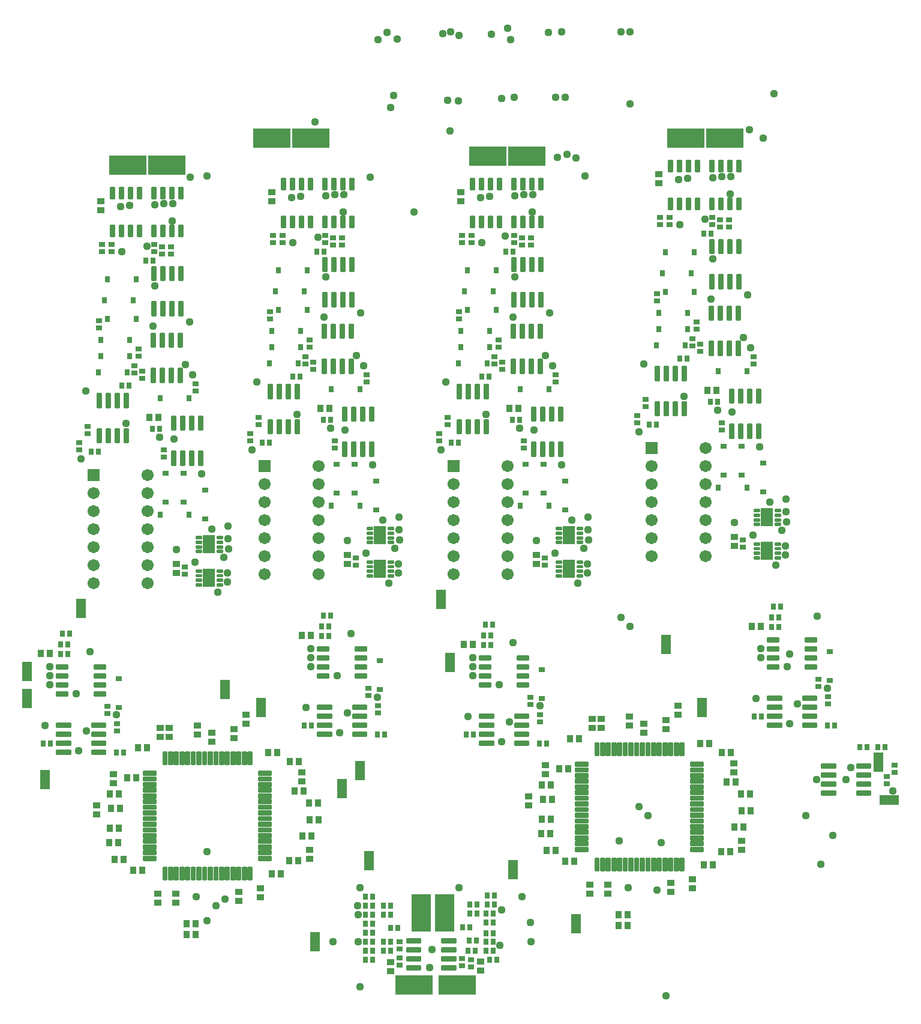
<source format=gbr>
G04 EAGLE Gerber RS-274X export*
G75*
%MOMM*%
%FSLAX34Y34*%
%LPD*%
%INSoldermask Top*%
%IPPOS*%
%AMOC8*
5,1,8,0,0,1.08239X$1,22.5*%
G01*
%ADD10R,1.103200X0.903200*%
%ADD11R,0.803200X0.903200*%
%ADD12R,0.903200X0.803200*%
%ADD13C,0.353406*%
%ADD14R,2.743200X5.283200*%
%ADD15R,5.283200X2.743200*%
%ADD16R,0.914400X0.711200*%
%ADD17R,0.903200X1.103200*%
%ADD18C,0.413250*%
%ADD19R,0.711200X0.914400*%
%ADD20R,1.701800X1.701800*%
%ADD21C,1.701800*%
%ADD22C,0.282525*%
%ADD23R,1.703200X2.503200*%
%ADD24R,2.743200X1.473200*%
%ADD25R,1.473200X2.743200*%
%ADD26C,1.117600*%


D10*
X487680Y543710D03*
X487680Y530710D03*
D11*
X510460Y546100D03*
X500460Y546100D03*
X505380Y598170D03*
X495380Y598170D03*
X481250Y572770D03*
X471250Y572770D03*
X479980Y558800D03*
X469980Y558800D03*
X472360Y591820D03*
X462360Y591820D03*
D12*
X461010Y547290D03*
X461010Y537290D03*
X473710Y536020D03*
X473710Y546020D03*
D11*
X482520Y623570D03*
X472520Y623570D03*
X505380Y582930D03*
X495380Y582930D03*
X482520Y610870D03*
X472520Y610870D03*
X506650Y623570D03*
X496650Y623570D03*
X495380Y610870D03*
X505380Y610870D03*
X495380Y571500D03*
X505380Y571500D03*
X495380Y558800D03*
X505380Y558800D03*
X506650Y636270D03*
X496650Y636270D03*
D13*
X451629Y536919D02*
X433431Y536919D01*
X451629Y536919D02*
X451629Y532421D01*
X433431Y532421D01*
X433431Y536919D01*
X433431Y535778D02*
X451629Y535778D01*
X451629Y549619D02*
X433431Y549619D01*
X451629Y549619D02*
X451629Y545121D01*
X433431Y545121D01*
X433431Y549619D01*
X433431Y548478D02*
X451629Y548478D01*
X451629Y562319D02*
X433431Y562319D01*
X451629Y562319D02*
X451629Y557821D01*
X433431Y557821D01*
X433431Y562319D01*
X433431Y561178D02*
X451629Y561178D01*
X451629Y575019D02*
X433431Y575019D01*
X451629Y575019D02*
X451629Y570521D01*
X433431Y570521D01*
X433431Y575019D01*
X433431Y573878D02*
X451629Y573878D01*
X402229Y575019D02*
X384031Y575019D01*
X402229Y575019D02*
X402229Y570521D01*
X384031Y570521D01*
X384031Y575019D01*
X384031Y573878D02*
X402229Y573878D01*
X402229Y562319D02*
X384031Y562319D01*
X402229Y562319D02*
X402229Y557821D01*
X384031Y557821D01*
X384031Y562319D01*
X384031Y561178D02*
X402229Y561178D01*
X402229Y549619D02*
X384031Y549619D01*
X402229Y549619D02*
X402229Y545121D01*
X384031Y545121D01*
X384031Y549619D01*
X384031Y548478D02*
X402229Y548478D01*
X402229Y536919D02*
X384031Y536919D01*
X402229Y536919D02*
X402229Y532421D01*
X384031Y532421D01*
X384031Y536919D01*
X384031Y535778D02*
X402229Y535778D01*
D14*
X403860Y612140D03*
D15*
X454660Y510540D03*
D11*
X325200Y635000D03*
X335200Y635000D03*
X350600Y558800D03*
X360600Y558800D03*
X325200Y596900D03*
X335200Y596900D03*
X350600Y571500D03*
X360600Y571500D03*
X325200Y558800D03*
X335200Y558800D03*
X335200Y571500D03*
X325200Y571500D03*
X335200Y609600D03*
X325200Y609600D03*
X335200Y622300D03*
X325200Y622300D03*
X325200Y546100D03*
X335200Y546100D03*
X325200Y584200D03*
X335200Y584200D03*
X350600Y609600D03*
X360600Y609600D03*
X350600Y622300D03*
X360600Y622300D03*
X360760Y590550D03*
X370760Y590550D03*
D12*
X373380Y571420D03*
X373380Y561420D03*
X373380Y548560D03*
X373380Y538560D03*
D10*
X360680Y542440D03*
X360680Y529440D03*
D14*
X436880Y612140D03*
D15*
X393700Y510540D03*
D11*
X275510Y1031240D03*
X265510Y1031240D03*
X272970Y1016000D03*
X262970Y1016000D03*
X272970Y1002030D03*
X262970Y1002030D03*
D12*
X328930Y918290D03*
X328930Y928290D03*
D11*
X248840Y876300D03*
X238840Y876300D03*
D12*
X342900Y904160D03*
X342900Y894160D03*
D11*
X351710Y863600D03*
X341710Y863600D03*
D13*
X272549Y982001D02*
X258251Y982001D01*
X258251Y986499D01*
X272549Y986499D01*
X272549Y982001D01*
X272549Y985358D02*
X258251Y985358D01*
X258251Y969301D02*
X272549Y969301D01*
X258251Y969301D02*
X258251Y973799D01*
X272549Y973799D01*
X272549Y969301D01*
X272549Y972658D02*
X258251Y972658D01*
X258251Y956601D02*
X272549Y956601D01*
X258251Y956601D02*
X258251Y961099D01*
X272549Y961099D01*
X272549Y956601D01*
X272549Y959958D02*
X258251Y959958D01*
X258251Y943901D02*
X272549Y943901D01*
X258251Y943901D02*
X258251Y948399D01*
X272549Y948399D01*
X272549Y943901D01*
X272549Y947258D02*
X258251Y947258D01*
X311651Y943901D02*
X325949Y943901D01*
X311651Y943901D02*
X311651Y948399D01*
X325949Y948399D01*
X325949Y943901D01*
X325949Y947258D02*
X311651Y947258D01*
X311651Y956601D02*
X325949Y956601D01*
X311651Y956601D02*
X311651Y961099D01*
X325949Y961099D01*
X325949Y956601D01*
X325949Y959958D02*
X311651Y959958D01*
X311651Y969301D02*
X325949Y969301D01*
X311651Y969301D02*
X311651Y973799D01*
X325949Y973799D01*
X325949Y969301D01*
X325949Y972658D02*
X311651Y972658D01*
X311651Y982001D02*
X325949Y982001D01*
X311651Y982001D02*
X311651Y986499D01*
X325949Y986499D01*
X325949Y982001D01*
X325949Y985358D02*
X311651Y985358D01*
X307701Y865849D02*
X325899Y865849D01*
X325899Y861351D01*
X307701Y861351D01*
X307701Y865849D01*
X307701Y864708D02*
X325899Y864708D01*
X325899Y878549D02*
X307701Y878549D01*
X325899Y878549D02*
X325899Y874051D01*
X307701Y874051D01*
X307701Y878549D01*
X307701Y877408D02*
X325899Y877408D01*
X325899Y891249D02*
X307701Y891249D01*
X325899Y891249D02*
X325899Y886751D01*
X307701Y886751D01*
X307701Y891249D01*
X307701Y890108D02*
X325899Y890108D01*
X325899Y903949D02*
X307701Y903949D01*
X325899Y903949D02*
X325899Y899451D01*
X307701Y899451D01*
X307701Y903949D01*
X307701Y902808D02*
X325899Y902808D01*
X276499Y903949D02*
X258301Y903949D01*
X276499Y903949D02*
X276499Y899451D01*
X258301Y899451D01*
X258301Y903949D01*
X258301Y902808D02*
X276499Y902808D01*
X276499Y891249D02*
X258301Y891249D01*
X276499Y891249D02*
X276499Y886751D01*
X258301Y886751D01*
X258301Y891249D01*
X258301Y890108D02*
X276499Y890108D01*
X276499Y878549D02*
X258301Y878549D01*
X276499Y878549D02*
X276499Y874051D01*
X258301Y874051D01*
X258301Y878549D01*
X258301Y877408D02*
X276499Y877408D01*
X276499Y865849D02*
X258301Y865849D01*
X276499Y865849D02*
X276499Y861351D01*
X258301Y861351D01*
X258301Y865849D01*
X258301Y864708D02*
X276499Y864708D01*
D16*
X345440Y967740D03*
X345440Y927100D03*
D17*
X234800Y1003300D03*
X247800Y1003300D03*
D11*
X-92790Y1005840D03*
X-102790Y1005840D03*
X-95330Y990600D03*
X-105330Y990600D03*
X-95330Y976630D03*
X-105330Y976630D03*
D12*
X-39370Y892890D03*
X-39370Y902890D03*
D11*
X-119460Y850900D03*
X-129460Y850900D03*
D12*
X-25400Y878760D03*
X-25400Y868760D03*
D11*
X-16590Y838200D03*
X-26590Y838200D03*
D13*
X-95751Y956601D02*
X-110049Y956601D01*
X-110049Y961099D01*
X-95751Y961099D01*
X-95751Y956601D01*
X-95751Y959958D02*
X-110049Y959958D01*
X-110049Y943901D02*
X-95751Y943901D01*
X-110049Y943901D02*
X-110049Y948399D01*
X-95751Y948399D01*
X-95751Y943901D01*
X-95751Y947258D02*
X-110049Y947258D01*
X-110049Y931201D02*
X-95751Y931201D01*
X-110049Y931201D02*
X-110049Y935699D01*
X-95751Y935699D01*
X-95751Y931201D01*
X-95751Y934558D02*
X-110049Y934558D01*
X-110049Y918501D02*
X-95751Y918501D01*
X-110049Y918501D02*
X-110049Y922999D01*
X-95751Y922999D01*
X-95751Y918501D01*
X-95751Y921858D02*
X-110049Y921858D01*
X-56649Y918501D02*
X-42351Y918501D01*
X-56649Y918501D02*
X-56649Y922999D01*
X-42351Y922999D01*
X-42351Y918501D01*
X-42351Y921858D02*
X-56649Y921858D01*
X-56649Y931201D02*
X-42351Y931201D01*
X-56649Y931201D02*
X-56649Y935699D01*
X-42351Y935699D01*
X-42351Y931201D01*
X-42351Y934558D02*
X-56649Y934558D01*
X-56649Y943901D02*
X-42351Y943901D01*
X-56649Y943901D02*
X-56649Y948399D01*
X-42351Y948399D01*
X-42351Y943901D01*
X-42351Y947258D02*
X-56649Y947258D01*
X-56649Y956601D02*
X-42351Y956601D01*
X-56649Y956601D02*
X-56649Y961099D01*
X-42351Y961099D01*
X-42351Y956601D01*
X-42351Y959958D02*
X-56649Y959958D01*
X-60599Y840449D02*
X-42401Y840449D01*
X-42401Y835951D01*
X-60599Y835951D01*
X-60599Y840449D01*
X-60599Y839308D02*
X-42401Y839308D01*
X-42401Y853149D02*
X-60599Y853149D01*
X-42401Y853149D02*
X-42401Y848651D01*
X-60599Y848651D01*
X-60599Y853149D01*
X-60599Y852008D02*
X-42401Y852008D01*
X-42401Y865849D02*
X-60599Y865849D01*
X-42401Y865849D02*
X-42401Y861351D01*
X-60599Y861351D01*
X-60599Y865849D01*
X-60599Y864708D02*
X-42401Y864708D01*
X-42401Y878549D02*
X-60599Y878549D01*
X-42401Y878549D02*
X-42401Y874051D01*
X-60599Y874051D01*
X-60599Y878549D01*
X-60599Y877408D02*
X-42401Y877408D01*
X-91801Y878549D02*
X-109999Y878549D01*
X-91801Y878549D02*
X-91801Y874051D01*
X-109999Y874051D01*
X-109999Y878549D01*
X-109999Y877408D02*
X-91801Y877408D01*
X-91801Y865849D02*
X-109999Y865849D01*
X-91801Y865849D02*
X-91801Y861351D01*
X-109999Y861351D01*
X-109999Y865849D01*
X-109999Y864708D02*
X-91801Y864708D01*
X-91801Y853149D02*
X-109999Y853149D01*
X-91801Y853149D02*
X-91801Y848651D01*
X-109999Y848651D01*
X-109999Y853149D01*
X-109999Y852008D02*
X-91801Y852008D01*
X-91801Y840449D02*
X-109999Y840449D01*
X-91801Y840449D02*
X-91801Y835951D01*
X-109999Y835951D01*
X-109999Y840449D01*
X-109999Y839308D02*
X-91801Y839308D01*
D16*
X-22860Y942340D03*
X-22860Y901700D03*
D17*
X-133500Y977900D03*
X-120500Y977900D03*
D11*
X504110Y1018540D03*
X494110Y1018540D03*
X501570Y1003300D03*
X491570Y1003300D03*
X501570Y989330D03*
X491570Y989330D03*
D12*
X557530Y905590D03*
X557530Y915590D03*
D11*
X477440Y863600D03*
X467440Y863600D03*
D12*
X571500Y891460D03*
X571500Y881460D03*
D11*
X580310Y850900D03*
X570310Y850900D03*
D13*
X501149Y969301D02*
X486851Y969301D01*
X486851Y973799D01*
X501149Y973799D01*
X501149Y969301D01*
X501149Y972658D02*
X486851Y972658D01*
X486851Y956601D02*
X501149Y956601D01*
X486851Y956601D02*
X486851Y961099D01*
X501149Y961099D01*
X501149Y956601D01*
X501149Y959958D02*
X486851Y959958D01*
X486851Y943901D02*
X501149Y943901D01*
X486851Y943901D02*
X486851Y948399D01*
X501149Y948399D01*
X501149Y943901D01*
X501149Y947258D02*
X486851Y947258D01*
X486851Y931201D02*
X501149Y931201D01*
X486851Y931201D02*
X486851Y935699D01*
X501149Y935699D01*
X501149Y931201D01*
X501149Y934558D02*
X486851Y934558D01*
X540251Y931201D02*
X554549Y931201D01*
X540251Y931201D02*
X540251Y935699D01*
X554549Y935699D01*
X554549Y931201D01*
X554549Y934558D02*
X540251Y934558D01*
X540251Y943901D02*
X554549Y943901D01*
X540251Y943901D02*
X540251Y948399D01*
X554549Y948399D01*
X554549Y943901D01*
X554549Y947258D02*
X540251Y947258D01*
X540251Y956601D02*
X554549Y956601D01*
X540251Y956601D02*
X540251Y961099D01*
X554549Y961099D01*
X554549Y956601D01*
X554549Y959958D02*
X540251Y959958D01*
X540251Y969301D02*
X554549Y969301D01*
X540251Y969301D02*
X540251Y973799D01*
X554549Y973799D01*
X554549Y969301D01*
X554549Y972658D02*
X540251Y972658D01*
X536301Y853149D02*
X554499Y853149D01*
X554499Y848651D01*
X536301Y848651D01*
X536301Y853149D01*
X536301Y852008D02*
X554499Y852008D01*
X554499Y865849D02*
X536301Y865849D01*
X554499Y865849D02*
X554499Y861351D01*
X536301Y861351D01*
X536301Y865849D01*
X536301Y864708D02*
X554499Y864708D01*
X554499Y878549D02*
X536301Y878549D01*
X554499Y878549D02*
X554499Y874051D01*
X536301Y874051D01*
X536301Y878549D01*
X536301Y877408D02*
X554499Y877408D01*
X554499Y891249D02*
X536301Y891249D01*
X554499Y891249D02*
X554499Y886751D01*
X536301Y886751D01*
X536301Y891249D01*
X536301Y890108D02*
X554499Y890108D01*
X505099Y891249D02*
X486901Y891249D01*
X505099Y891249D02*
X505099Y886751D01*
X486901Y886751D01*
X486901Y891249D01*
X486901Y890108D02*
X505099Y890108D01*
X505099Y878549D02*
X486901Y878549D01*
X505099Y878549D02*
X505099Y874051D01*
X486901Y874051D01*
X486901Y878549D01*
X486901Y877408D02*
X505099Y877408D01*
X505099Y865849D02*
X486901Y865849D01*
X505099Y865849D02*
X505099Y861351D01*
X486901Y861351D01*
X486901Y865849D01*
X486901Y864708D02*
X505099Y864708D01*
X505099Y853149D02*
X486901Y853149D01*
X505099Y853149D02*
X505099Y848651D01*
X486901Y848651D01*
X486901Y853149D01*
X486901Y852008D02*
X505099Y852008D01*
D16*
X574040Y955040D03*
X574040Y914400D03*
D17*
X463400Y990600D03*
X476400Y990600D03*
D11*
X910510Y1043940D03*
X900510Y1043940D03*
X907970Y1028700D03*
X897970Y1028700D03*
X907970Y1014730D03*
X897970Y1014730D03*
D12*
X963930Y930990D03*
X963930Y940990D03*
D11*
X883840Y889000D03*
X873840Y889000D03*
D12*
X977900Y916860D03*
X977900Y906860D03*
D11*
X986710Y876300D03*
X976710Y876300D03*
D13*
X907549Y994701D02*
X893251Y994701D01*
X893251Y999199D01*
X907549Y999199D01*
X907549Y994701D01*
X907549Y998058D02*
X893251Y998058D01*
X893251Y982001D02*
X907549Y982001D01*
X893251Y982001D02*
X893251Y986499D01*
X907549Y986499D01*
X907549Y982001D01*
X907549Y985358D02*
X893251Y985358D01*
X893251Y969301D02*
X907549Y969301D01*
X893251Y969301D02*
X893251Y973799D01*
X907549Y973799D01*
X907549Y969301D01*
X907549Y972658D02*
X893251Y972658D01*
X893251Y956601D02*
X907549Y956601D01*
X893251Y956601D02*
X893251Y961099D01*
X907549Y961099D01*
X907549Y956601D01*
X907549Y959958D02*
X893251Y959958D01*
X946651Y956601D02*
X960949Y956601D01*
X946651Y956601D02*
X946651Y961099D01*
X960949Y961099D01*
X960949Y956601D01*
X960949Y959958D02*
X946651Y959958D01*
X946651Y969301D02*
X960949Y969301D01*
X946651Y969301D02*
X946651Y973799D01*
X960949Y973799D01*
X960949Y969301D01*
X960949Y972658D02*
X946651Y972658D01*
X946651Y982001D02*
X960949Y982001D01*
X946651Y982001D02*
X946651Y986499D01*
X960949Y986499D01*
X960949Y982001D01*
X960949Y985358D02*
X946651Y985358D01*
X946651Y994701D02*
X960949Y994701D01*
X946651Y994701D02*
X946651Y999199D01*
X960949Y999199D01*
X960949Y994701D01*
X960949Y998058D02*
X946651Y998058D01*
X942701Y878549D02*
X960899Y878549D01*
X960899Y874051D01*
X942701Y874051D01*
X942701Y878549D01*
X942701Y877408D02*
X960899Y877408D01*
X960899Y891249D02*
X942701Y891249D01*
X960899Y891249D02*
X960899Y886751D01*
X942701Y886751D01*
X942701Y891249D01*
X942701Y890108D02*
X960899Y890108D01*
X960899Y903949D02*
X942701Y903949D01*
X960899Y903949D02*
X960899Y899451D01*
X942701Y899451D01*
X942701Y903949D01*
X942701Y902808D02*
X960899Y902808D01*
X960899Y916649D02*
X942701Y916649D01*
X960899Y916649D02*
X960899Y912151D01*
X942701Y912151D01*
X942701Y916649D01*
X942701Y915508D02*
X960899Y915508D01*
X911499Y916649D02*
X893301Y916649D01*
X911499Y916649D02*
X911499Y912151D01*
X893301Y912151D01*
X893301Y916649D01*
X893301Y915508D02*
X911499Y915508D01*
X911499Y903949D02*
X893301Y903949D01*
X911499Y903949D02*
X911499Y899451D01*
X893301Y899451D01*
X893301Y903949D01*
X893301Y902808D02*
X911499Y902808D01*
X911499Y891249D02*
X893301Y891249D01*
X911499Y891249D02*
X911499Y886751D01*
X893301Y886751D01*
X893301Y891249D01*
X893301Y890108D02*
X911499Y890108D01*
X911499Y878549D02*
X893301Y878549D01*
X911499Y878549D02*
X911499Y874051D01*
X893301Y874051D01*
X893301Y878549D01*
X893301Y877408D02*
X911499Y877408D01*
D16*
X980440Y980440D03*
X980440Y939800D03*
D17*
X869800Y1016000D03*
X882800Y1016000D03*
X3660Y844550D03*
X16660Y844550D03*
X1420Y802640D03*
X-11580Y802640D03*
X-35710Y779780D03*
X-22710Y779780D03*
X-21440Y759460D03*
X-34440Y759460D03*
X-35710Y731520D03*
X-22710Y731520D03*
X-23980Y711200D03*
X-36980Y711200D03*
X10310Y671830D03*
X-2690Y671830D03*
D10*
X31750Y638960D03*
X31750Y625960D03*
X176530Y646580D03*
X176530Y633580D03*
D17*
X192890Y666750D03*
X205890Y666750D03*
D10*
X246380Y701190D03*
X246380Y688190D03*
D17*
X236070Y720090D03*
X249070Y720090D03*
X244960Y767080D03*
X257960Y767080D03*
X237640Y783590D03*
X224640Y783590D03*
X218290Y825500D03*
X231290Y825500D03*
X200810Y838200D03*
X187810Y838200D03*
D10*
X-30480Y794870D03*
X-30480Y807870D03*
X-54610Y750420D03*
X-54610Y763420D03*
D17*
X-16360Y687070D03*
X-29360Y687070D03*
D10*
X57150Y638960D03*
X57150Y625960D03*
D17*
X85240Y596900D03*
X72240Y596900D03*
D10*
X146050Y641500D03*
X146050Y628500D03*
D17*
X217020Y685800D03*
X230020Y685800D03*
X246230Y742950D03*
X259230Y742950D03*
D10*
X234950Y797410D03*
X234950Y810410D03*
X156210Y878690D03*
X156210Y891690D03*
X139700Y858370D03*
X139700Y871370D03*
X107950Y853290D03*
X107950Y866290D03*
X87630Y863450D03*
X87630Y876450D03*
X48260Y859640D03*
X48260Y872640D03*
X35560Y859640D03*
X35560Y872640D03*
D18*
X28070Y807741D02*
X12592Y807741D01*
X12592Y810859D01*
X28070Y810859D01*
X28070Y807741D01*
X28070Y799741D02*
X12592Y799741D01*
X12592Y802859D01*
X28070Y802859D01*
X28070Y799741D01*
X28070Y791741D02*
X12592Y791741D01*
X12592Y794859D01*
X28070Y794859D01*
X28070Y791741D01*
X28070Y783741D02*
X12592Y783741D01*
X12592Y786859D01*
X28070Y786859D01*
X28070Y783741D01*
X28070Y775741D02*
X12592Y775741D01*
X12592Y778859D01*
X28070Y778859D01*
X28070Y775741D01*
X28070Y767741D02*
X12592Y767741D01*
X12592Y770859D01*
X28070Y770859D01*
X28070Y767741D01*
X28070Y759741D02*
X12592Y759741D01*
X12592Y762859D01*
X28070Y762859D01*
X28070Y759741D01*
X28070Y751741D02*
X12592Y751741D01*
X12592Y754859D01*
X28070Y754859D01*
X28070Y751741D01*
X28070Y743741D02*
X12592Y743741D01*
X12592Y746859D01*
X28070Y746859D01*
X28070Y743741D01*
X28070Y735741D02*
X12592Y735741D01*
X12592Y738859D01*
X28070Y738859D01*
X28070Y735741D01*
X28070Y727741D02*
X12592Y727741D01*
X12592Y730859D01*
X28070Y730859D01*
X28070Y727741D01*
X28070Y719741D02*
X12592Y719741D01*
X12592Y722859D01*
X28070Y722859D01*
X28070Y719741D01*
X28070Y711741D02*
X12592Y711741D01*
X12592Y714859D01*
X28070Y714859D01*
X28070Y711741D01*
X28070Y703741D02*
X12592Y703741D01*
X12592Y706859D01*
X28070Y706859D01*
X28070Y703741D01*
X28070Y695741D02*
X12592Y695741D01*
X12592Y698859D01*
X28070Y698859D01*
X28070Y695741D01*
X28070Y687741D02*
X12592Y687741D01*
X12592Y690859D01*
X28070Y690859D01*
X28070Y687741D01*
X43159Y675770D02*
X43159Y660292D01*
X40041Y660292D01*
X40041Y675770D01*
X43159Y675770D01*
X43159Y664218D02*
X40041Y664218D01*
X40041Y668144D02*
X43159Y668144D01*
X43159Y672070D02*
X40041Y672070D01*
X51159Y675770D02*
X51159Y660292D01*
X48041Y660292D01*
X48041Y675770D01*
X51159Y675770D01*
X51159Y664218D02*
X48041Y664218D01*
X48041Y668144D02*
X51159Y668144D01*
X51159Y672070D02*
X48041Y672070D01*
X59159Y675770D02*
X59159Y660292D01*
X56041Y660292D01*
X56041Y675770D01*
X59159Y675770D01*
X59159Y664218D02*
X56041Y664218D01*
X56041Y668144D02*
X59159Y668144D01*
X59159Y672070D02*
X56041Y672070D01*
X67159Y675770D02*
X67159Y660292D01*
X64041Y660292D01*
X64041Y675770D01*
X67159Y675770D01*
X67159Y664218D02*
X64041Y664218D01*
X64041Y668144D02*
X67159Y668144D01*
X67159Y672070D02*
X64041Y672070D01*
X75159Y675770D02*
X75159Y660292D01*
X72041Y660292D01*
X72041Y675770D01*
X75159Y675770D01*
X75159Y664218D02*
X72041Y664218D01*
X72041Y668144D02*
X75159Y668144D01*
X75159Y672070D02*
X72041Y672070D01*
X83159Y675770D02*
X83159Y660292D01*
X80041Y660292D01*
X80041Y675770D01*
X83159Y675770D01*
X83159Y664218D02*
X80041Y664218D01*
X80041Y668144D02*
X83159Y668144D01*
X83159Y672070D02*
X80041Y672070D01*
X91159Y675770D02*
X91159Y660292D01*
X88041Y660292D01*
X88041Y675770D01*
X91159Y675770D01*
X91159Y664218D02*
X88041Y664218D01*
X88041Y668144D02*
X91159Y668144D01*
X91159Y672070D02*
X88041Y672070D01*
X99159Y675770D02*
X99159Y660292D01*
X96041Y660292D01*
X96041Y675770D01*
X99159Y675770D01*
X99159Y664218D02*
X96041Y664218D01*
X96041Y668144D02*
X99159Y668144D01*
X99159Y672070D02*
X96041Y672070D01*
X107159Y675770D02*
X107159Y660292D01*
X104041Y660292D01*
X104041Y675770D01*
X107159Y675770D01*
X107159Y664218D02*
X104041Y664218D01*
X104041Y668144D02*
X107159Y668144D01*
X107159Y672070D02*
X104041Y672070D01*
X115159Y675770D02*
X115159Y660292D01*
X112041Y660292D01*
X112041Y675770D01*
X115159Y675770D01*
X115159Y664218D02*
X112041Y664218D01*
X112041Y668144D02*
X115159Y668144D01*
X115159Y672070D02*
X112041Y672070D01*
X123159Y675770D02*
X123159Y660292D01*
X120041Y660292D01*
X120041Y675770D01*
X123159Y675770D01*
X123159Y664218D02*
X120041Y664218D01*
X120041Y668144D02*
X123159Y668144D01*
X123159Y672070D02*
X120041Y672070D01*
X131159Y675770D02*
X131159Y660292D01*
X128041Y660292D01*
X128041Y675770D01*
X131159Y675770D01*
X131159Y664218D02*
X128041Y664218D01*
X128041Y668144D02*
X131159Y668144D01*
X131159Y672070D02*
X128041Y672070D01*
X139159Y675770D02*
X139159Y660292D01*
X136041Y660292D01*
X136041Y675770D01*
X139159Y675770D01*
X139159Y664218D02*
X136041Y664218D01*
X136041Y668144D02*
X139159Y668144D01*
X139159Y672070D02*
X136041Y672070D01*
X147159Y675770D02*
X147159Y660292D01*
X144041Y660292D01*
X144041Y675770D01*
X147159Y675770D01*
X147159Y664218D02*
X144041Y664218D01*
X144041Y668144D02*
X147159Y668144D01*
X147159Y672070D02*
X144041Y672070D01*
X155159Y675770D02*
X155159Y660292D01*
X152041Y660292D01*
X152041Y675770D01*
X155159Y675770D01*
X155159Y664218D02*
X152041Y664218D01*
X152041Y668144D02*
X155159Y668144D01*
X155159Y672070D02*
X152041Y672070D01*
X163159Y675770D02*
X163159Y660292D01*
X160041Y660292D01*
X160041Y675770D01*
X163159Y675770D01*
X163159Y664218D02*
X160041Y664218D01*
X160041Y668144D02*
X163159Y668144D01*
X163159Y672070D02*
X160041Y672070D01*
X175130Y687741D02*
X190608Y687741D01*
X175130Y687741D02*
X175130Y690859D01*
X190608Y690859D01*
X190608Y687741D01*
X190608Y695741D02*
X175130Y695741D01*
X175130Y698859D01*
X190608Y698859D01*
X190608Y695741D01*
X190608Y703741D02*
X175130Y703741D01*
X175130Y706859D01*
X190608Y706859D01*
X190608Y703741D01*
X190608Y711741D02*
X175130Y711741D01*
X175130Y714859D01*
X190608Y714859D01*
X190608Y711741D01*
X190608Y719741D02*
X175130Y719741D01*
X175130Y722859D01*
X190608Y722859D01*
X190608Y719741D01*
X190608Y727741D02*
X175130Y727741D01*
X175130Y730859D01*
X190608Y730859D01*
X190608Y727741D01*
X190608Y735741D02*
X175130Y735741D01*
X175130Y738859D01*
X190608Y738859D01*
X190608Y735741D01*
X190608Y743741D02*
X175130Y743741D01*
X175130Y746859D01*
X190608Y746859D01*
X190608Y743741D01*
X190608Y751741D02*
X175130Y751741D01*
X175130Y754859D01*
X190608Y754859D01*
X190608Y751741D01*
X190608Y759741D02*
X175130Y759741D01*
X175130Y762859D01*
X190608Y762859D01*
X190608Y759741D01*
X190608Y767741D02*
X175130Y767741D01*
X175130Y770859D01*
X190608Y770859D01*
X190608Y767741D01*
X190608Y775741D02*
X175130Y775741D01*
X175130Y778859D01*
X190608Y778859D01*
X190608Y775741D01*
X190608Y783741D02*
X175130Y783741D01*
X175130Y786859D01*
X190608Y786859D01*
X190608Y783741D01*
X190608Y791741D02*
X175130Y791741D01*
X175130Y794859D01*
X190608Y794859D01*
X190608Y791741D01*
X190608Y799741D02*
X175130Y799741D01*
X175130Y802859D01*
X190608Y802859D01*
X190608Y799741D01*
X190608Y807741D02*
X175130Y807741D01*
X175130Y810859D01*
X190608Y810859D01*
X190608Y807741D01*
X163159Y822830D02*
X163159Y838308D01*
X163159Y822830D02*
X160041Y822830D01*
X160041Y838308D01*
X163159Y838308D01*
X163159Y826756D02*
X160041Y826756D01*
X160041Y830682D02*
X163159Y830682D01*
X163159Y834608D02*
X160041Y834608D01*
X155159Y838308D02*
X155159Y822830D01*
X152041Y822830D01*
X152041Y838308D01*
X155159Y838308D01*
X155159Y826756D02*
X152041Y826756D01*
X152041Y830682D02*
X155159Y830682D01*
X155159Y834608D02*
X152041Y834608D01*
X147159Y838308D02*
X147159Y822830D01*
X144041Y822830D01*
X144041Y838308D01*
X147159Y838308D01*
X147159Y826756D02*
X144041Y826756D01*
X144041Y830682D02*
X147159Y830682D01*
X147159Y834608D02*
X144041Y834608D01*
X139159Y838308D02*
X139159Y822830D01*
X136041Y822830D01*
X136041Y838308D01*
X139159Y838308D01*
X139159Y826756D02*
X136041Y826756D01*
X136041Y830682D02*
X139159Y830682D01*
X139159Y834608D02*
X136041Y834608D01*
X131159Y838308D02*
X131159Y822830D01*
X128041Y822830D01*
X128041Y838308D01*
X131159Y838308D01*
X131159Y826756D02*
X128041Y826756D01*
X128041Y830682D02*
X131159Y830682D01*
X131159Y834608D02*
X128041Y834608D01*
X123159Y838308D02*
X123159Y822830D01*
X120041Y822830D01*
X120041Y838308D01*
X123159Y838308D01*
X123159Y826756D02*
X120041Y826756D01*
X120041Y830682D02*
X123159Y830682D01*
X123159Y834608D02*
X120041Y834608D01*
X115159Y838308D02*
X115159Y822830D01*
X112041Y822830D01*
X112041Y838308D01*
X115159Y838308D01*
X115159Y826756D02*
X112041Y826756D01*
X112041Y830682D02*
X115159Y830682D01*
X115159Y834608D02*
X112041Y834608D01*
X107159Y838308D02*
X107159Y822830D01*
X104041Y822830D01*
X104041Y838308D01*
X107159Y838308D01*
X107159Y826756D02*
X104041Y826756D01*
X104041Y830682D02*
X107159Y830682D01*
X107159Y834608D02*
X104041Y834608D01*
X99159Y838308D02*
X99159Y822830D01*
X96041Y822830D01*
X96041Y838308D01*
X99159Y838308D01*
X99159Y826756D02*
X96041Y826756D01*
X96041Y830682D02*
X99159Y830682D01*
X99159Y834608D02*
X96041Y834608D01*
X91159Y838308D02*
X91159Y822830D01*
X88041Y822830D01*
X88041Y838308D01*
X91159Y838308D01*
X91159Y826756D02*
X88041Y826756D01*
X88041Y830682D02*
X91159Y830682D01*
X91159Y834608D02*
X88041Y834608D01*
X83159Y838308D02*
X83159Y822830D01*
X80041Y822830D01*
X80041Y838308D01*
X83159Y838308D01*
X83159Y826756D02*
X80041Y826756D01*
X80041Y830682D02*
X83159Y830682D01*
X83159Y834608D02*
X80041Y834608D01*
X75159Y838308D02*
X75159Y822830D01*
X72041Y822830D01*
X72041Y838308D01*
X75159Y838308D01*
X75159Y826756D02*
X72041Y826756D01*
X72041Y830682D02*
X75159Y830682D01*
X75159Y834608D02*
X72041Y834608D01*
X67159Y838308D02*
X67159Y822830D01*
X64041Y822830D01*
X64041Y838308D01*
X67159Y838308D01*
X67159Y826756D02*
X64041Y826756D01*
X64041Y830682D02*
X67159Y830682D01*
X67159Y834608D02*
X64041Y834608D01*
X59159Y838308D02*
X59159Y822830D01*
X56041Y822830D01*
X56041Y838308D01*
X59159Y838308D01*
X59159Y826756D02*
X56041Y826756D01*
X56041Y830682D02*
X59159Y830682D01*
X59159Y834608D02*
X56041Y834608D01*
X51159Y838308D02*
X51159Y822830D01*
X48041Y822830D01*
X48041Y838308D01*
X51159Y838308D01*
X51159Y826756D02*
X48041Y826756D01*
X48041Y830682D02*
X51159Y830682D01*
X51159Y834608D02*
X48041Y834608D01*
X43159Y838308D02*
X43159Y822830D01*
X40041Y822830D01*
X40041Y838308D01*
X43159Y838308D01*
X43159Y826756D02*
X40041Y826756D01*
X40041Y830682D02*
X43159Y830682D01*
X43159Y834608D02*
X40041Y834608D01*
D17*
X85240Y581660D03*
X72240Y581660D03*
X613260Y857250D03*
X626260Y857250D03*
X611020Y815340D03*
X598020Y815340D03*
X573890Y792480D03*
X586890Y792480D03*
X588160Y772160D03*
X575160Y772160D03*
X573890Y744220D03*
X586890Y744220D03*
X585620Y723900D03*
X572620Y723900D03*
X619910Y684530D03*
X606910Y684530D03*
D10*
X641350Y651660D03*
X641350Y638660D03*
X786130Y659280D03*
X786130Y646280D03*
D17*
X802490Y679450D03*
X815490Y679450D03*
D10*
X855980Y713890D03*
X855980Y700890D03*
D17*
X845670Y732790D03*
X858670Y732790D03*
X854560Y779780D03*
X867560Y779780D03*
X847240Y796290D03*
X834240Y796290D03*
X827890Y838200D03*
X840890Y838200D03*
X810410Y850900D03*
X797410Y850900D03*
D10*
X579120Y807570D03*
X579120Y820570D03*
X554990Y763120D03*
X554990Y776120D03*
D17*
X593240Y699770D03*
X580240Y699770D03*
D10*
X666750Y651660D03*
X666750Y638660D03*
D17*
X694840Y609600D03*
X681840Y609600D03*
D10*
X755650Y654200D03*
X755650Y641200D03*
D17*
X826620Y698500D03*
X839620Y698500D03*
X855830Y755650D03*
X868830Y755650D03*
D10*
X844550Y810110D03*
X844550Y823110D03*
X765810Y891390D03*
X765810Y904390D03*
X749300Y871070D03*
X749300Y884070D03*
X717550Y865990D03*
X717550Y878990D03*
X697230Y876150D03*
X697230Y889150D03*
X657860Y872340D03*
X657860Y885340D03*
X645160Y872340D03*
X645160Y885340D03*
D18*
X637670Y820441D02*
X622192Y820441D01*
X622192Y823559D01*
X637670Y823559D01*
X637670Y820441D01*
X637670Y812441D02*
X622192Y812441D01*
X622192Y815559D01*
X637670Y815559D01*
X637670Y812441D01*
X637670Y804441D02*
X622192Y804441D01*
X622192Y807559D01*
X637670Y807559D01*
X637670Y804441D01*
X637670Y796441D02*
X622192Y796441D01*
X622192Y799559D01*
X637670Y799559D01*
X637670Y796441D01*
X637670Y788441D02*
X622192Y788441D01*
X622192Y791559D01*
X637670Y791559D01*
X637670Y788441D01*
X637670Y780441D02*
X622192Y780441D01*
X622192Y783559D01*
X637670Y783559D01*
X637670Y780441D01*
X637670Y772441D02*
X622192Y772441D01*
X622192Y775559D01*
X637670Y775559D01*
X637670Y772441D01*
X637670Y764441D02*
X622192Y764441D01*
X622192Y767559D01*
X637670Y767559D01*
X637670Y764441D01*
X637670Y756441D02*
X622192Y756441D01*
X622192Y759559D01*
X637670Y759559D01*
X637670Y756441D01*
X637670Y748441D02*
X622192Y748441D01*
X622192Y751559D01*
X637670Y751559D01*
X637670Y748441D01*
X637670Y740441D02*
X622192Y740441D01*
X622192Y743559D01*
X637670Y743559D01*
X637670Y740441D01*
X637670Y732441D02*
X622192Y732441D01*
X622192Y735559D01*
X637670Y735559D01*
X637670Y732441D01*
X637670Y724441D02*
X622192Y724441D01*
X622192Y727559D01*
X637670Y727559D01*
X637670Y724441D01*
X637670Y716441D02*
X622192Y716441D01*
X622192Y719559D01*
X637670Y719559D01*
X637670Y716441D01*
X637670Y708441D02*
X622192Y708441D01*
X622192Y711559D01*
X637670Y711559D01*
X637670Y708441D01*
X637670Y700441D02*
X622192Y700441D01*
X622192Y703559D01*
X637670Y703559D01*
X637670Y700441D01*
X652759Y688470D02*
X652759Y672992D01*
X649641Y672992D01*
X649641Y688470D01*
X652759Y688470D01*
X652759Y676918D02*
X649641Y676918D01*
X649641Y680844D02*
X652759Y680844D01*
X652759Y684770D02*
X649641Y684770D01*
X660759Y688470D02*
X660759Y672992D01*
X657641Y672992D01*
X657641Y688470D01*
X660759Y688470D01*
X660759Y676918D02*
X657641Y676918D01*
X657641Y680844D02*
X660759Y680844D01*
X660759Y684770D02*
X657641Y684770D01*
X668759Y688470D02*
X668759Y672992D01*
X665641Y672992D01*
X665641Y688470D01*
X668759Y688470D01*
X668759Y676918D02*
X665641Y676918D01*
X665641Y680844D02*
X668759Y680844D01*
X668759Y684770D02*
X665641Y684770D01*
X676759Y688470D02*
X676759Y672992D01*
X673641Y672992D01*
X673641Y688470D01*
X676759Y688470D01*
X676759Y676918D02*
X673641Y676918D01*
X673641Y680844D02*
X676759Y680844D01*
X676759Y684770D02*
X673641Y684770D01*
X684759Y688470D02*
X684759Y672992D01*
X681641Y672992D01*
X681641Y688470D01*
X684759Y688470D01*
X684759Y676918D02*
X681641Y676918D01*
X681641Y680844D02*
X684759Y680844D01*
X684759Y684770D02*
X681641Y684770D01*
X692759Y688470D02*
X692759Y672992D01*
X689641Y672992D01*
X689641Y688470D01*
X692759Y688470D01*
X692759Y676918D02*
X689641Y676918D01*
X689641Y680844D02*
X692759Y680844D01*
X692759Y684770D02*
X689641Y684770D01*
X700759Y688470D02*
X700759Y672992D01*
X697641Y672992D01*
X697641Y688470D01*
X700759Y688470D01*
X700759Y676918D02*
X697641Y676918D01*
X697641Y680844D02*
X700759Y680844D01*
X700759Y684770D02*
X697641Y684770D01*
X708759Y688470D02*
X708759Y672992D01*
X705641Y672992D01*
X705641Y688470D01*
X708759Y688470D01*
X708759Y676918D02*
X705641Y676918D01*
X705641Y680844D02*
X708759Y680844D01*
X708759Y684770D02*
X705641Y684770D01*
X716759Y688470D02*
X716759Y672992D01*
X713641Y672992D01*
X713641Y688470D01*
X716759Y688470D01*
X716759Y676918D02*
X713641Y676918D01*
X713641Y680844D02*
X716759Y680844D01*
X716759Y684770D02*
X713641Y684770D01*
X724759Y688470D02*
X724759Y672992D01*
X721641Y672992D01*
X721641Y688470D01*
X724759Y688470D01*
X724759Y676918D02*
X721641Y676918D01*
X721641Y680844D02*
X724759Y680844D01*
X724759Y684770D02*
X721641Y684770D01*
X732759Y688470D02*
X732759Y672992D01*
X729641Y672992D01*
X729641Y688470D01*
X732759Y688470D01*
X732759Y676918D02*
X729641Y676918D01*
X729641Y680844D02*
X732759Y680844D01*
X732759Y684770D02*
X729641Y684770D01*
X740759Y688470D02*
X740759Y672992D01*
X737641Y672992D01*
X737641Y688470D01*
X740759Y688470D01*
X740759Y676918D02*
X737641Y676918D01*
X737641Y680844D02*
X740759Y680844D01*
X740759Y684770D02*
X737641Y684770D01*
X748759Y688470D02*
X748759Y672992D01*
X745641Y672992D01*
X745641Y688470D01*
X748759Y688470D01*
X748759Y676918D02*
X745641Y676918D01*
X745641Y680844D02*
X748759Y680844D01*
X748759Y684770D02*
X745641Y684770D01*
X756759Y688470D02*
X756759Y672992D01*
X753641Y672992D01*
X753641Y688470D01*
X756759Y688470D01*
X756759Y676918D02*
X753641Y676918D01*
X753641Y680844D02*
X756759Y680844D01*
X756759Y684770D02*
X753641Y684770D01*
X764759Y688470D02*
X764759Y672992D01*
X761641Y672992D01*
X761641Y688470D01*
X764759Y688470D01*
X764759Y676918D02*
X761641Y676918D01*
X761641Y680844D02*
X764759Y680844D01*
X764759Y684770D02*
X761641Y684770D01*
X772759Y688470D02*
X772759Y672992D01*
X769641Y672992D01*
X769641Y688470D01*
X772759Y688470D01*
X772759Y676918D02*
X769641Y676918D01*
X769641Y680844D02*
X772759Y680844D01*
X772759Y684770D02*
X769641Y684770D01*
X784730Y700441D02*
X800208Y700441D01*
X784730Y700441D02*
X784730Y703559D01*
X800208Y703559D01*
X800208Y700441D01*
X800208Y708441D02*
X784730Y708441D01*
X784730Y711559D01*
X800208Y711559D01*
X800208Y708441D01*
X800208Y716441D02*
X784730Y716441D01*
X784730Y719559D01*
X800208Y719559D01*
X800208Y716441D01*
X800208Y724441D02*
X784730Y724441D01*
X784730Y727559D01*
X800208Y727559D01*
X800208Y724441D01*
X800208Y732441D02*
X784730Y732441D01*
X784730Y735559D01*
X800208Y735559D01*
X800208Y732441D01*
X800208Y740441D02*
X784730Y740441D01*
X784730Y743559D01*
X800208Y743559D01*
X800208Y740441D01*
X800208Y748441D02*
X784730Y748441D01*
X784730Y751559D01*
X800208Y751559D01*
X800208Y748441D01*
X800208Y756441D02*
X784730Y756441D01*
X784730Y759559D01*
X800208Y759559D01*
X800208Y756441D01*
X800208Y764441D02*
X784730Y764441D01*
X784730Y767559D01*
X800208Y767559D01*
X800208Y764441D01*
X800208Y772441D02*
X784730Y772441D01*
X784730Y775559D01*
X800208Y775559D01*
X800208Y772441D01*
X800208Y780441D02*
X784730Y780441D01*
X784730Y783559D01*
X800208Y783559D01*
X800208Y780441D01*
X800208Y788441D02*
X784730Y788441D01*
X784730Y791559D01*
X800208Y791559D01*
X800208Y788441D01*
X800208Y796441D02*
X784730Y796441D01*
X784730Y799559D01*
X800208Y799559D01*
X800208Y796441D01*
X800208Y804441D02*
X784730Y804441D01*
X784730Y807559D01*
X800208Y807559D01*
X800208Y804441D01*
X800208Y812441D02*
X784730Y812441D01*
X784730Y815559D01*
X800208Y815559D01*
X800208Y812441D01*
X800208Y820441D02*
X784730Y820441D01*
X784730Y823559D01*
X800208Y823559D01*
X800208Y820441D01*
X772759Y835530D02*
X772759Y851008D01*
X772759Y835530D02*
X769641Y835530D01*
X769641Y851008D01*
X772759Y851008D01*
X772759Y839456D02*
X769641Y839456D01*
X769641Y843382D02*
X772759Y843382D01*
X772759Y847308D02*
X769641Y847308D01*
X764759Y851008D02*
X764759Y835530D01*
X761641Y835530D01*
X761641Y851008D01*
X764759Y851008D01*
X764759Y839456D02*
X761641Y839456D01*
X761641Y843382D02*
X764759Y843382D01*
X764759Y847308D02*
X761641Y847308D01*
X756759Y851008D02*
X756759Y835530D01*
X753641Y835530D01*
X753641Y851008D01*
X756759Y851008D01*
X756759Y839456D02*
X753641Y839456D01*
X753641Y843382D02*
X756759Y843382D01*
X756759Y847308D02*
X753641Y847308D01*
X748759Y851008D02*
X748759Y835530D01*
X745641Y835530D01*
X745641Y851008D01*
X748759Y851008D01*
X748759Y839456D02*
X745641Y839456D01*
X745641Y843382D02*
X748759Y843382D01*
X748759Y847308D02*
X745641Y847308D01*
X740759Y851008D02*
X740759Y835530D01*
X737641Y835530D01*
X737641Y851008D01*
X740759Y851008D01*
X740759Y839456D02*
X737641Y839456D01*
X737641Y843382D02*
X740759Y843382D01*
X740759Y847308D02*
X737641Y847308D01*
X732759Y851008D02*
X732759Y835530D01*
X729641Y835530D01*
X729641Y851008D01*
X732759Y851008D01*
X732759Y839456D02*
X729641Y839456D01*
X729641Y843382D02*
X732759Y843382D01*
X732759Y847308D02*
X729641Y847308D01*
X724759Y851008D02*
X724759Y835530D01*
X721641Y835530D01*
X721641Y851008D01*
X724759Y851008D01*
X724759Y839456D02*
X721641Y839456D01*
X721641Y843382D02*
X724759Y843382D01*
X724759Y847308D02*
X721641Y847308D01*
X716759Y851008D02*
X716759Y835530D01*
X713641Y835530D01*
X713641Y851008D01*
X716759Y851008D01*
X716759Y839456D02*
X713641Y839456D01*
X713641Y843382D02*
X716759Y843382D01*
X716759Y847308D02*
X713641Y847308D01*
X708759Y851008D02*
X708759Y835530D01*
X705641Y835530D01*
X705641Y851008D01*
X708759Y851008D01*
X708759Y839456D02*
X705641Y839456D01*
X705641Y843382D02*
X708759Y843382D01*
X708759Y847308D02*
X705641Y847308D01*
X700759Y851008D02*
X700759Y835530D01*
X697641Y835530D01*
X697641Y851008D01*
X700759Y851008D01*
X700759Y839456D02*
X697641Y839456D01*
X697641Y843382D02*
X700759Y843382D01*
X700759Y847308D02*
X697641Y847308D01*
X692759Y851008D02*
X692759Y835530D01*
X689641Y835530D01*
X689641Y851008D01*
X692759Y851008D01*
X692759Y839456D02*
X689641Y839456D01*
X689641Y843382D02*
X692759Y843382D01*
X692759Y847308D02*
X689641Y847308D01*
X684759Y851008D02*
X684759Y835530D01*
X681641Y835530D01*
X681641Y851008D01*
X684759Y851008D01*
X684759Y839456D02*
X681641Y839456D01*
X681641Y843382D02*
X684759Y843382D01*
X684759Y847308D02*
X681641Y847308D01*
X676759Y851008D02*
X676759Y835530D01*
X673641Y835530D01*
X673641Y851008D01*
X676759Y851008D01*
X676759Y839456D02*
X673641Y839456D01*
X673641Y843382D02*
X676759Y843382D01*
X676759Y847308D02*
X673641Y847308D01*
X668759Y851008D02*
X668759Y835530D01*
X665641Y835530D01*
X665641Y851008D01*
X668759Y851008D01*
X668759Y839456D02*
X665641Y839456D01*
X665641Y843382D02*
X668759Y843382D01*
X668759Y847308D02*
X665641Y847308D01*
X660759Y851008D02*
X660759Y835530D01*
X657641Y835530D01*
X657641Y851008D01*
X660759Y851008D01*
X660759Y839456D02*
X657641Y839456D01*
X657641Y843382D02*
X660759Y843382D01*
X660759Y847308D02*
X657641Y847308D01*
X652759Y851008D02*
X652759Y835530D01*
X649641Y835530D01*
X649641Y851008D01*
X652759Y851008D01*
X652759Y839456D02*
X649641Y839456D01*
X649641Y843382D02*
X652759Y843382D01*
X652759Y847308D02*
X649641Y847308D01*
D17*
X694840Y594360D03*
X681840Y594360D03*
X20170Y1310640D03*
X33170Y1310640D03*
D10*
X-48260Y1602590D03*
X-48260Y1615590D03*
X58420Y1090780D03*
X58420Y1103780D03*
D16*
X68580Y1231900D03*
X68580Y1191260D03*
D19*
X-48260Y1419860D03*
X-7620Y1419860D03*
X-7620Y1397000D03*
X-48260Y1397000D03*
X-52070Y1374140D03*
X-11430Y1374140D03*
X76200Y1173480D03*
X35560Y1173480D03*
D16*
X43180Y1191260D03*
X43180Y1231900D03*
X99060Y1167130D03*
X99060Y1207770D03*
D19*
X76200Y1337310D03*
X35560Y1337310D03*
X1270Y1504950D03*
X-39370Y1504950D03*
X-43180Y1475740D03*
X-2540Y1475740D03*
X1270Y1449070D03*
X-39370Y1449070D03*
D12*
X50800Y1540590D03*
X50800Y1550590D03*
X26670Y1544400D03*
X26670Y1554400D03*
X85090Y1357550D03*
X85090Y1347550D03*
D11*
X-18970Y1355090D03*
X-8970Y1355090D03*
D12*
X-67310Y1287860D03*
X-67310Y1297860D03*
X-78740Y1265000D03*
X-78740Y1275000D03*
D11*
X-62150Y1262380D03*
X-52150Y1262380D03*
D12*
X-1270Y1382950D03*
X-1270Y1372950D03*
D11*
X24210Y1294130D03*
X34210Y1294130D03*
D12*
X5080Y1407080D03*
X5080Y1397080D03*
X-46990Y1544400D03*
X-46990Y1554400D03*
X-33020Y1554400D03*
X-33020Y1544400D03*
X-50800Y1436450D03*
X-50800Y1446450D03*
D11*
X15320Y1531620D03*
X25320Y1531620D03*
D12*
X40640Y1264840D03*
X40640Y1254840D03*
X10160Y1365330D03*
X10160Y1375330D03*
X38100Y1550590D03*
X38100Y1540590D03*
D20*
X-58420Y1229360D03*
D21*
X-58420Y1203960D03*
X-58420Y1178560D03*
X-58420Y1153160D03*
X-58420Y1127760D03*
X-58420Y1102360D03*
X-58420Y1076960D03*
X17780Y1076960D03*
X17780Y1102360D03*
X17780Y1127760D03*
X17780Y1153160D03*
X17780Y1178560D03*
X17780Y1203960D03*
X17780Y1229360D03*
D13*
X62521Y1619751D02*
X62521Y1634049D01*
X67019Y1634049D01*
X67019Y1619751D01*
X62521Y1619751D01*
X62521Y1623108D02*
X67019Y1623108D01*
X67019Y1626465D02*
X62521Y1626465D01*
X62521Y1629822D02*
X67019Y1629822D01*
X67019Y1633179D02*
X62521Y1633179D01*
X49821Y1634049D02*
X49821Y1619751D01*
X49821Y1634049D02*
X54319Y1634049D01*
X54319Y1619751D01*
X49821Y1619751D01*
X49821Y1623108D02*
X54319Y1623108D01*
X54319Y1626465D02*
X49821Y1626465D01*
X49821Y1629822D02*
X54319Y1629822D01*
X54319Y1633179D02*
X49821Y1633179D01*
X37121Y1634049D02*
X37121Y1619751D01*
X37121Y1634049D02*
X41619Y1634049D01*
X41619Y1619751D01*
X37121Y1619751D01*
X37121Y1623108D02*
X41619Y1623108D01*
X41619Y1626465D02*
X37121Y1626465D01*
X37121Y1629822D02*
X41619Y1629822D01*
X41619Y1633179D02*
X37121Y1633179D01*
X24421Y1634049D02*
X24421Y1619751D01*
X24421Y1634049D02*
X28919Y1634049D01*
X28919Y1619751D01*
X24421Y1619751D01*
X24421Y1623108D02*
X28919Y1623108D01*
X28919Y1626465D02*
X24421Y1626465D01*
X24421Y1629822D02*
X28919Y1629822D01*
X28919Y1633179D02*
X24421Y1633179D01*
X24421Y1580649D02*
X24421Y1566351D01*
X24421Y1580649D02*
X28919Y1580649D01*
X28919Y1566351D01*
X24421Y1566351D01*
X24421Y1569708D02*
X28919Y1569708D01*
X28919Y1573065D02*
X24421Y1573065D01*
X24421Y1576422D02*
X28919Y1576422D01*
X28919Y1579779D02*
X24421Y1579779D01*
X37121Y1580649D02*
X37121Y1566351D01*
X37121Y1580649D02*
X41619Y1580649D01*
X41619Y1566351D01*
X37121Y1566351D01*
X37121Y1569708D02*
X41619Y1569708D01*
X41619Y1573065D02*
X37121Y1573065D01*
X37121Y1576422D02*
X41619Y1576422D01*
X41619Y1579779D02*
X37121Y1579779D01*
X49821Y1580649D02*
X49821Y1566351D01*
X49821Y1580649D02*
X54319Y1580649D01*
X54319Y1566351D01*
X49821Y1566351D01*
X49821Y1569708D02*
X54319Y1569708D01*
X54319Y1573065D02*
X49821Y1573065D01*
X49821Y1576422D02*
X54319Y1576422D01*
X54319Y1579779D02*
X49821Y1579779D01*
X62521Y1580649D02*
X62521Y1566351D01*
X62521Y1580649D02*
X67019Y1580649D01*
X67019Y1566351D01*
X62521Y1566351D01*
X62521Y1569708D02*
X67019Y1569708D01*
X67019Y1573065D02*
X62521Y1573065D01*
X62521Y1576422D02*
X67019Y1576422D01*
X67019Y1579779D02*
X62521Y1579779D01*
X4101Y1619751D02*
X4101Y1634049D01*
X8599Y1634049D01*
X8599Y1619751D01*
X4101Y1619751D01*
X4101Y1623108D02*
X8599Y1623108D01*
X8599Y1626465D02*
X4101Y1626465D01*
X4101Y1629822D02*
X8599Y1629822D01*
X8599Y1633179D02*
X4101Y1633179D01*
X-8599Y1634049D02*
X-8599Y1619751D01*
X-8599Y1634049D02*
X-4101Y1634049D01*
X-4101Y1619751D01*
X-8599Y1619751D01*
X-8599Y1623108D02*
X-4101Y1623108D01*
X-4101Y1626465D02*
X-8599Y1626465D01*
X-8599Y1629822D02*
X-4101Y1629822D01*
X-4101Y1633179D02*
X-8599Y1633179D01*
X-21299Y1634049D02*
X-21299Y1619751D01*
X-21299Y1634049D02*
X-16801Y1634049D01*
X-16801Y1619751D01*
X-21299Y1619751D01*
X-21299Y1623108D02*
X-16801Y1623108D01*
X-16801Y1626465D02*
X-21299Y1626465D01*
X-21299Y1629822D02*
X-16801Y1629822D01*
X-16801Y1633179D02*
X-21299Y1633179D01*
X-33999Y1634049D02*
X-33999Y1619751D01*
X-33999Y1634049D02*
X-29501Y1634049D01*
X-29501Y1619751D01*
X-33999Y1619751D01*
X-33999Y1623108D02*
X-29501Y1623108D01*
X-29501Y1626465D02*
X-33999Y1626465D01*
X-33999Y1629822D02*
X-29501Y1629822D01*
X-29501Y1633179D02*
X-33999Y1633179D01*
X-33999Y1580649D02*
X-33999Y1566351D01*
X-33999Y1580649D02*
X-29501Y1580649D01*
X-29501Y1566351D01*
X-33999Y1566351D01*
X-33999Y1569708D02*
X-29501Y1569708D01*
X-29501Y1573065D02*
X-33999Y1573065D01*
X-33999Y1576422D02*
X-29501Y1576422D01*
X-29501Y1579779D02*
X-33999Y1579779D01*
X-21299Y1580649D02*
X-21299Y1566351D01*
X-21299Y1580649D02*
X-16801Y1580649D01*
X-16801Y1566351D01*
X-21299Y1566351D01*
X-21299Y1569708D02*
X-16801Y1569708D01*
X-16801Y1573065D02*
X-21299Y1573065D01*
X-21299Y1576422D02*
X-16801Y1576422D01*
X-16801Y1579779D02*
X-21299Y1579779D01*
X-8599Y1580649D02*
X-8599Y1566351D01*
X-8599Y1580649D02*
X-4101Y1580649D01*
X-4101Y1566351D01*
X-8599Y1566351D01*
X-8599Y1569708D02*
X-4101Y1569708D01*
X-4101Y1573065D02*
X-8599Y1573065D01*
X-8599Y1576422D02*
X-4101Y1576422D01*
X-4101Y1579779D02*
X-8599Y1579779D01*
X4101Y1580649D02*
X4101Y1566351D01*
X4101Y1580649D02*
X8599Y1580649D01*
X8599Y1566351D01*
X4101Y1566351D01*
X4101Y1569708D02*
X8599Y1569708D01*
X8599Y1573065D02*
X4101Y1573065D01*
X4101Y1576422D02*
X8599Y1576422D01*
X8599Y1579779D02*
X4101Y1579779D01*
D22*
X115586Y1076034D02*
X122394Y1076034D01*
X122394Y1073626D01*
X115586Y1073626D01*
X115586Y1076034D01*
X115586Y1082534D02*
X122394Y1082534D01*
X122394Y1080126D01*
X115586Y1080126D01*
X115586Y1082534D01*
X115586Y1089034D02*
X122394Y1089034D01*
X122394Y1086626D01*
X115586Y1086626D01*
X115586Y1089034D01*
X115586Y1095534D02*
X122394Y1095534D01*
X122394Y1093126D01*
X115586Y1093126D01*
X115586Y1095534D01*
X92694Y1095534D02*
X85886Y1095534D01*
X92694Y1095534D02*
X92694Y1093126D01*
X85886Y1093126D01*
X85886Y1095534D01*
X85886Y1089034D02*
X92694Y1089034D01*
X92694Y1086626D01*
X85886Y1086626D01*
X85886Y1089034D01*
X85886Y1082534D02*
X92694Y1082534D01*
X92694Y1080126D01*
X85886Y1080126D01*
X85886Y1082534D01*
X85886Y1076034D02*
X92694Y1076034D01*
X92694Y1073626D01*
X85886Y1073626D01*
X85886Y1076034D01*
D23*
X104140Y1084580D03*
D22*
X115586Y1123024D02*
X122394Y1123024D01*
X122394Y1120616D01*
X115586Y1120616D01*
X115586Y1123024D01*
X115586Y1129524D02*
X122394Y1129524D01*
X122394Y1127116D01*
X115586Y1127116D01*
X115586Y1129524D01*
X115586Y1136024D02*
X122394Y1136024D01*
X122394Y1133616D01*
X115586Y1133616D01*
X115586Y1136024D01*
X115586Y1142524D02*
X122394Y1142524D01*
X122394Y1140116D01*
X115586Y1140116D01*
X115586Y1142524D01*
X92694Y1142524D02*
X85886Y1142524D01*
X92694Y1142524D02*
X92694Y1140116D01*
X85886Y1140116D01*
X85886Y1142524D01*
X85886Y1136024D02*
X92694Y1136024D01*
X92694Y1133616D01*
X85886Y1133616D01*
X85886Y1136024D01*
X85886Y1129524D02*
X92694Y1129524D01*
X92694Y1127116D01*
X85886Y1127116D01*
X85886Y1129524D01*
X85886Y1123024D02*
X92694Y1123024D01*
X92694Y1120616D01*
X85886Y1120616D01*
X85886Y1123024D01*
D23*
X104140Y1131570D03*
D13*
X56859Y1243821D02*
X56859Y1262019D01*
X56859Y1243821D02*
X52361Y1243821D01*
X52361Y1262019D01*
X56859Y1262019D01*
X56859Y1247178D02*
X52361Y1247178D01*
X52361Y1250535D02*
X56859Y1250535D01*
X56859Y1253892D02*
X52361Y1253892D01*
X52361Y1257249D02*
X56859Y1257249D01*
X56859Y1260606D02*
X52361Y1260606D01*
X69559Y1262019D02*
X69559Y1243821D01*
X65061Y1243821D01*
X65061Y1262019D01*
X69559Y1262019D01*
X69559Y1247178D02*
X65061Y1247178D01*
X65061Y1250535D02*
X69559Y1250535D01*
X69559Y1253892D02*
X65061Y1253892D01*
X65061Y1257249D02*
X69559Y1257249D01*
X69559Y1260606D02*
X65061Y1260606D01*
X82259Y1262019D02*
X82259Y1243821D01*
X77761Y1243821D01*
X77761Y1262019D01*
X82259Y1262019D01*
X82259Y1247178D02*
X77761Y1247178D01*
X77761Y1250535D02*
X82259Y1250535D01*
X82259Y1253892D02*
X77761Y1253892D01*
X77761Y1257249D02*
X82259Y1257249D01*
X82259Y1260606D02*
X77761Y1260606D01*
X94959Y1262019D02*
X94959Y1243821D01*
X90461Y1243821D01*
X90461Y1262019D01*
X94959Y1262019D01*
X94959Y1247178D02*
X90461Y1247178D01*
X90461Y1250535D02*
X94959Y1250535D01*
X94959Y1253892D02*
X90461Y1253892D01*
X90461Y1257249D02*
X94959Y1257249D01*
X94959Y1260606D02*
X90461Y1260606D01*
X94959Y1293221D02*
X94959Y1311419D01*
X94959Y1293221D02*
X90461Y1293221D01*
X90461Y1311419D01*
X94959Y1311419D01*
X94959Y1296578D02*
X90461Y1296578D01*
X90461Y1299935D02*
X94959Y1299935D01*
X94959Y1303292D02*
X90461Y1303292D01*
X90461Y1306649D02*
X94959Y1306649D01*
X94959Y1310006D02*
X90461Y1310006D01*
X82259Y1311419D02*
X82259Y1293221D01*
X77761Y1293221D01*
X77761Y1311419D01*
X82259Y1311419D01*
X82259Y1296578D02*
X77761Y1296578D01*
X77761Y1299935D02*
X82259Y1299935D01*
X82259Y1303292D02*
X77761Y1303292D01*
X77761Y1306649D02*
X82259Y1306649D01*
X82259Y1310006D02*
X77761Y1310006D01*
X69559Y1311419D02*
X69559Y1293221D01*
X65061Y1293221D01*
X65061Y1311419D01*
X69559Y1311419D01*
X69559Y1296578D02*
X65061Y1296578D01*
X65061Y1299935D02*
X69559Y1299935D01*
X69559Y1303292D02*
X65061Y1303292D01*
X65061Y1306649D02*
X69559Y1306649D01*
X69559Y1310006D02*
X65061Y1310006D01*
X56859Y1311419D02*
X56859Y1293221D01*
X52361Y1293221D01*
X52361Y1311419D01*
X56859Y1311419D01*
X56859Y1296578D02*
X52361Y1296578D01*
X52361Y1299935D02*
X56859Y1299935D01*
X56859Y1303292D02*
X52361Y1303292D01*
X52361Y1306649D02*
X56859Y1306649D01*
X56859Y1310006D02*
X52361Y1310006D01*
X62521Y1504041D02*
X62521Y1522239D01*
X67019Y1522239D01*
X67019Y1504041D01*
X62521Y1504041D01*
X62521Y1507398D02*
X67019Y1507398D01*
X67019Y1510755D02*
X62521Y1510755D01*
X62521Y1514112D02*
X67019Y1514112D01*
X67019Y1517469D02*
X62521Y1517469D01*
X62521Y1520826D02*
X67019Y1520826D01*
X49821Y1522239D02*
X49821Y1504041D01*
X49821Y1522239D02*
X54319Y1522239D01*
X54319Y1504041D01*
X49821Y1504041D01*
X49821Y1507398D02*
X54319Y1507398D01*
X54319Y1510755D02*
X49821Y1510755D01*
X49821Y1514112D02*
X54319Y1514112D01*
X54319Y1517469D02*
X49821Y1517469D01*
X49821Y1520826D02*
X54319Y1520826D01*
X37121Y1522239D02*
X37121Y1504041D01*
X37121Y1522239D02*
X41619Y1522239D01*
X41619Y1504041D01*
X37121Y1504041D01*
X37121Y1507398D02*
X41619Y1507398D01*
X41619Y1510755D02*
X37121Y1510755D01*
X37121Y1514112D02*
X41619Y1514112D01*
X41619Y1517469D02*
X37121Y1517469D01*
X37121Y1520826D02*
X41619Y1520826D01*
X24421Y1522239D02*
X24421Y1504041D01*
X24421Y1522239D02*
X28919Y1522239D01*
X28919Y1504041D01*
X24421Y1504041D01*
X24421Y1507398D02*
X28919Y1507398D01*
X28919Y1510755D02*
X24421Y1510755D01*
X24421Y1514112D02*
X28919Y1514112D01*
X28919Y1517469D02*
X24421Y1517469D01*
X24421Y1520826D02*
X28919Y1520826D01*
X24421Y1472839D02*
X24421Y1454641D01*
X24421Y1472839D02*
X28919Y1472839D01*
X28919Y1454641D01*
X24421Y1454641D01*
X24421Y1457998D02*
X28919Y1457998D01*
X28919Y1461355D02*
X24421Y1461355D01*
X24421Y1464712D02*
X28919Y1464712D01*
X28919Y1468069D02*
X24421Y1468069D01*
X24421Y1471426D02*
X28919Y1471426D01*
X37121Y1472839D02*
X37121Y1454641D01*
X37121Y1472839D02*
X41619Y1472839D01*
X41619Y1454641D01*
X37121Y1454641D01*
X37121Y1457998D02*
X41619Y1457998D01*
X41619Y1461355D02*
X37121Y1461355D01*
X37121Y1464712D02*
X41619Y1464712D01*
X41619Y1468069D02*
X37121Y1468069D01*
X37121Y1471426D02*
X41619Y1471426D01*
X49821Y1472839D02*
X49821Y1454641D01*
X49821Y1472839D02*
X54319Y1472839D01*
X54319Y1454641D01*
X49821Y1454641D01*
X49821Y1457998D02*
X54319Y1457998D01*
X54319Y1461355D02*
X49821Y1461355D01*
X49821Y1464712D02*
X54319Y1464712D01*
X54319Y1468069D02*
X49821Y1468069D01*
X49821Y1471426D02*
X54319Y1471426D01*
X62521Y1472839D02*
X62521Y1454641D01*
X62521Y1472839D02*
X67019Y1472839D01*
X67019Y1454641D01*
X62521Y1454641D01*
X62521Y1457998D02*
X67019Y1457998D01*
X67019Y1461355D02*
X62521Y1461355D01*
X62521Y1464712D02*
X67019Y1464712D01*
X67019Y1468069D02*
X62521Y1468069D01*
X62521Y1471426D02*
X67019Y1471426D01*
X27649Y1378859D02*
X27649Y1360661D01*
X23151Y1360661D01*
X23151Y1378859D01*
X27649Y1378859D01*
X27649Y1364018D02*
X23151Y1364018D01*
X23151Y1367375D02*
X27649Y1367375D01*
X27649Y1370732D02*
X23151Y1370732D01*
X23151Y1374089D02*
X27649Y1374089D01*
X27649Y1377446D02*
X23151Y1377446D01*
X40349Y1378859D02*
X40349Y1360661D01*
X35851Y1360661D01*
X35851Y1378859D01*
X40349Y1378859D01*
X40349Y1364018D02*
X35851Y1364018D01*
X35851Y1367375D02*
X40349Y1367375D01*
X40349Y1370732D02*
X35851Y1370732D01*
X35851Y1374089D02*
X40349Y1374089D01*
X40349Y1377446D02*
X35851Y1377446D01*
X53049Y1378859D02*
X53049Y1360661D01*
X48551Y1360661D01*
X48551Y1378859D01*
X53049Y1378859D01*
X53049Y1364018D02*
X48551Y1364018D01*
X48551Y1367375D02*
X53049Y1367375D01*
X53049Y1370732D02*
X48551Y1370732D01*
X48551Y1374089D02*
X53049Y1374089D01*
X53049Y1377446D02*
X48551Y1377446D01*
X65749Y1378859D02*
X65749Y1360661D01*
X61251Y1360661D01*
X61251Y1378859D01*
X65749Y1378859D01*
X65749Y1364018D02*
X61251Y1364018D01*
X61251Y1367375D02*
X65749Y1367375D01*
X65749Y1370732D02*
X61251Y1370732D01*
X61251Y1374089D02*
X65749Y1374089D01*
X65749Y1377446D02*
X61251Y1377446D01*
X65749Y1410061D02*
X65749Y1428259D01*
X65749Y1410061D02*
X61251Y1410061D01*
X61251Y1428259D01*
X65749Y1428259D01*
X65749Y1413418D02*
X61251Y1413418D01*
X61251Y1416775D02*
X65749Y1416775D01*
X65749Y1420132D02*
X61251Y1420132D01*
X61251Y1423489D02*
X65749Y1423489D01*
X65749Y1426846D02*
X61251Y1426846D01*
X53049Y1428259D02*
X53049Y1410061D01*
X48551Y1410061D01*
X48551Y1428259D01*
X53049Y1428259D01*
X53049Y1413418D02*
X48551Y1413418D01*
X48551Y1416775D02*
X53049Y1416775D01*
X53049Y1420132D02*
X48551Y1420132D01*
X48551Y1423489D02*
X53049Y1423489D01*
X53049Y1426846D02*
X48551Y1426846D01*
X40349Y1428259D02*
X40349Y1410061D01*
X35851Y1410061D01*
X35851Y1428259D01*
X40349Y1428259D01*
X40349Y1413418D02*
X35851Y1413418D01*
X35851Y1416775D02*
X40349Y1416775D01*
X40349Y1420132D02*
X35851Y1420132D01*
X35851Y1423489D02*
X40349Y1423489D01*
X40349Y1426846D02*
X35851Y1426846D01*
X27649Y1428259D02*
X27649Y1410061D01*
X23151Y1410061D01*
X23151Y1428259D01*
X27649Y1428259D01*
X27649Y1413418D02*
X23151Y1413418D01*
X23151Y1416775D02*
X27649Y1416775D01*
X27649Y1420132D02*
X23151Y1420132D01*
X23151Y1423489D02*
X27649Y1423489D01*
X27649Y1426846D02*
X23151Y1426846D01*
X-14949Y1343169D02*
X-14949Y1324971D01*
X-14949Y1343169D02*
X-10451Y1343169D01*
X-10451Y1324971D01*
X-14949Y1324971D01*
X-14949Y1328328D02*
X-10451Y1328328D01*
X-10451Y1331685D02*
X-14949Y1331685D01*
X-14949Y1335042D02*
X-10451Y1335042D01*
X-10451Y1338399D02*
X-14949Y1338399D01*
X-14949Y1341756D02*
X-10451Y1341756D01*
X-27649Y1343169D02*
X-27649Y1324971D01*
X-27649Y1343169D02*
X-23151Y1343169D01*
X-23151Y1324971D01*
X-27649Y1324971D01*
X-27649Y1328328D02*
X-23151Y1328328D01*
X-23151Y1331685D02*
X-27649Y1331685D01*
X-27649Y1335042D02*
X-23151Y1335042D01*
X-23151Y1338399D02*
X-27649Y1338399D01*
X-27649Y1341756D02*
X-23151Y1341756D01*
X-40349Y1343169D02*
X-40349Y1324971D01*
X-40349Y1343169D02*
X-35851Y1343169D01*
X-35851Y1324971D01*
X-40349Y1324971D01*
X-40349Y1328328D02*
X-35851Y1328328D01*
X-35851Y1331685D02*
X-40349Y1331685D01*
X-40349Y1335042D02*
X-35851Y1335042D01*
X-35851Y1338399D02*
X-40349Y1338399D01*
X-40349Y1341756D02*
X-35851Y1341756D01*
X-53049Y1343169D02*
X-53049Y1324971D01*
X-53049Y1343169D02*
X-48551Y1343169D01*
X-48551Y1324971D01*
X-53049Y1324971D01*
X-53049Y1328328D02*
X-48551Y1328328D01*
X-48551Y1331685D02*
X-53049Y1331685D01*
X-53049Y1335042D02*
X-48551Y1335042D01*
X-48551Y1338399D02*
X-53049Y1338399D01*
X-53049Y1341756D02*
X-48551Y1341756D01*
X-53049Y1293769D02*
X-53049Y1275571D01*
X-53049Y1293769D02*
X-48551Y1293769D01*
X-48551Y1275571D01*
X-53049Y1275571D01*
X-53049Y1278928D02*
X-48551Y1278928D01*
X-48551Y1282285D02*
X-53049Y1282285D01*
X-53049Y1285642D02*
X-48551Y1285642D01*
X-48551Y1288999D02*
X-53049Y1288999D01*
X-53049Y1292356D02*
X-48551Y1292356D01*
X-40349Y1293769D02*
X-40349Y1275571D01*
X-40349Y1293769D02*
X-35851Y1293769D01*
X-35851Y1275571D01*
X-40349Y1275571D01*
X-40349Y1278928D02*
X-35851Y1278928D01*
X-35851Y1282285D02*
X-40349Y1282285D01*
X-40349Y1285642D02*
X-35851Y1285642D01*
X-35851Y1288999D02*
X-40349Y1288999D01*
X-40349Y1292356D02*
X-35851Y1292356D01*
X-27649Y1293769D02*
X-27649Y1275571D01*
X-27649Y1293769D02*
X-23151Y1293769D01*
X-23151Y1275571D01*
X-27649Y1275571D01*
X-27649Y1278928D02*
X-23151Y1278928D01*
X-23151Y1282285D02*
X-27649Y1282285D01*
X-27649Y1285642D02*
X-23151Y1285642D01*
X-23151Y1288999D02*
X-27649Y1288999D01*
X-27649Y1292356D02*
X-23151Y1292356D01*
X-14949Y1293769D02*
X-14949Y1275571D01*
X-14949Y1293769D02*
X-10451Y1293769D01*
X-10451Y1275571D01*
X-14949Y1275571D01*
X-14949Y1278928D02*
X-10451Y1278928D01*
X-10451Y1282285D02*
X-14949Y1282285D01*
X-14949Y1285642D02*
X-10451Y1285642D01*
X-10451Y1288999D02*
X-14949Y1288999D01*
X-14949Y1292356D02*
X-10451Y1292356D01*
D15*
X-10160Y1666240D03*
X44450Y1666240D03*
D12*
X69850Y1099740D03*
X69850Y1089740D03*
D17*
X261470Y1323340D03*
X274470Y1323340D03*
D10*
X193040Y1615290D03*
X193040Y1628290D03*
X299720Y1103480D03*
X299720Y1116480D03*
D16*
X309880Y1244600D03*
X309880Y1203960D03*
D19*
X193040Y1432560D03*
X233680Y1432560D03*
X233680Y1409700D03*
X193040Y1409700D03*
X189230Y1386840D03*
X229870Y1386840D03*
X317500Y1186180D03*
X276860Y1186180D03*
D16*
X284480Y1203960D03*
X284480Y1244600D03*
X340360Y1179830D03*
X340360Y1220470D03*
D19*
X317500Y1350010D03*
X276860Y1350010D03*
X242570Y1517650D03*
X201930Y1517650D03*
X198120Y1488440D03*
X238760Y1488440D03*
X242570Y1461770D03*
X201930Y1461770D03*
D12*
X292100Y1553290D03*
X292100Y1563290D03*
X267970Y1557100D03*
X267970Y1567100D03*
X326390Y1370250D03*
X326390Y1360250D03*
D11*
X222330Y1367790D03*
X232330Y1367790D03*
D12*
X173990Y1300560D03*
X173990Y1310560D03*
X162560Y1277700D03*
X162560Y1287700D03*
D11*
X179150Y1275080D03*
X189150Y1275080D03*
D12*
X240030Y1395650D03*
X240030Y1385650D03*
D11*
X265510Y1306830D03*
X275510Y1306830D03*
D12*
X246380Y1419780D03*
X246380Y1409780D03*
X194310Y1557100D03*
X194310Y1567100D03*
X208280Y1567100D03*
X208280Y1557100D03*
X190500Y1449150D03*
X190500Y1459150D03*
D11*
X256620Y1544320D03*
X266620Y1544320D03*
D12*
X281940Y1277540D03*
X281940Y1267540D03*
X251460Y1378030D03*
X251460Y1388030D03*
X279400Y1563290D03*
X279400Y1553290D03*
D20*
X182880Y1242060D03*
D21*
X182880Y1216660D03*
X182880Y1191260D03*
X182880Y1165860D03*
X182880Y1140460D03*
X182880Y1115060D03*
X182880Y1089660D03*
X259080Y1089660D03*
X259080Y1115060D03*
X259080Y1140460D03*
X259080Y1165860D03*
X259080Y1191260D03*
X259080Y1216660D03*
X259080Y1242060D03*
D13*
X303821Y1632451D02*
X303821Y1646749D01*
X308319Y1646749D01*
X308319Y1632451D01*
X303821Y1632451D01*
X303821Y1635808D02*
X308319Y1635808D01*
X308319Y1639165D02*
X303821Y1639165D01*
X303821Y1642522D02*
X308319Y1642522D01*
X308319Y1645879D02*
X303821Y1645879D01*
X291121Y1646749D02*
X291121Y1632451D01*
X291121Y1646749D02*
X295619Y1646749D01*
X295619Y1632451D01*
X291121Y1632451D01*
X291121Y1635808D02*
X295619Y1635808D01*
X295619Y1639165D02*
X291121Y1639165D01*
X291121Y1642522D02*
X295619Y1642522D01*
X295619Y1645879D02*
X291121Y1645879D01*
X278421Y1646749D02*
X278421Y1632451D01*
X278421Y1646749D02*
X282919Y1646749D01*
X282919Y1632451D01*
X278421Y1632451D01*
X278421Y1635808D02*
X282919Y1635808D01*
X282919Y1639165D02*
X278421Y1639165D01*
X278421Y1642522D02*
X282919Y1642522D01*
X282919Y1645879D02*
X278421Y1645879D01*
X265721Y1646749D02*
X265721Y1632451D01*
X265721Y1646749D02*
X270219Y1646749D01*
X270219Y1632451D01*
X265721Y1632451D01*
X265721Y1635808D02*
X270219Y1635808D01*
X270219Y1639165D02*
X265721Y1639165D01*
X265721Y1642522D02*
X270219Y1642522D01*
X270219Y1645879D02*
X265721Y1645879D01*
X265721Y1593349D02*
X265721Y1579051D01*
X265721Y1593349D02*
X270219Y1593349D01*
X270219Y1579051D01*
X265721Y1579051D01*
X265721Y1582408D02*
X270219Y1582408D01*
X270219Y1585765D02*
X265721Y1585765D01*
X265721Y1589122D02*
X270219Y1589122D01*
X270219Y1592479D02*
X265721Y1592479D01*
X278421Y1593349D02*
X278421Y1579051D01*
X278421Y1593349D02*
X282919Y1593349D01*
X282919Y1579051D01*
X278421Y1579051D01*
X278421Y1582408D02*
X282919Y1582408D01*
X282919Y1585765D02*
X278421Y1585765D01*
X278421Y1589122D02*
X282919Y1589122D01*
X282919Y1592479D02*
X278421Y1592479D01*
X291121Y1593349D02*
X291121Y1579051D01*
X291121Y1593349D02*
X295619Y1593349D01*
X295619Y1579051D01*
X291121Y1579051D01*
X291121Y1582408D02*
X295619Y1582408D01*
X295619Y1585765D02*
X291121Y1585765D01*
X291121Y1589122D02*
X295619Y1589122D01*
X295619Y1592479D02*
X291121Y1592479D01*
X303821Y1593349D02*
X303821Y1579051D01*
X303821Y1593349D02*
X308319Y1593349D01*
X308319Y1579051D01*
X303821Y1579051D01*
X303821Y1582408D02*
X308319Y1582408D01*
X308319Y1585765D02*
X303821Y1585765D01*
X303821Y1589122D02*
X308319Y1589122D01*
X308319Y1592479D02*
X303821Y1592479D01*
X245401Y1632451D02*
X245401Y1646749D01*
X249899Y1646749D01*
X249899Y1632451D01*
X245401Y1632451D01*
X245401Y1635808D02*
X249899Y1635808D01*
X249899Y1639165D02*
X245401Y1639165D01*
X245401Y1642522D02*
X249899Y1642522D01*
X249899Y1645879D02*
X245401Y1645879D01*
X232701Y1646749D02*
X232701Y1632451D01*
X232701Y1646749D02*
X237199Y1646749D01*
X237199Y1632451D01*
X232701Y1632451D01*
X232701Y1635808D02*
X237199Y1635808D01*
X237199Y1639165D02*
X232701Y1639165D01*
X232701Y1642522D02*
X237199Y1642522D01*
X237199Y1645879D02*
X232701Y1645879D01*
X220001Y1646749D02*
X220001Y1632451D01*
X220001Y1646749D02*
X224499Y1646749D01*
X224499Y1632451D01*
X220001Y1632451D01*
X220001Y1635808D02*
X224499Y1635808D01*
X224499Y1639165D02*
X220001Y1639165D01*
X220001Y1642522D02*
X224499Y1642522D01*
X224499Y1645879D02*
X220001Y1645879D01*
X207301Y1646749D02*
X207301Y1632451D01*
X207301Y1646749D02*
X211799Y1646749D01*
X211799Y1632451D01*
X207301Y1632451D01*
X207301Y1635808D02*
X211799Y1635808D01*
X211799Y1639165D02*
X207301Y1639165D01*
X207301Y1642522D02*
X211799Y1642522D01*
X211799Y1645879D02*
X207301Y1645879D01*
X207301Y1593349D02*
X207301Y1579051D01*
X207301Y1593349D02*
X211799Y1593349D01*
X211799Y1579051D01*
X207301Y1579051D01*
X207301Y1582408D02*
X211799Y1582408D01*
X211799Y1585765D02*
X207301Y1585765D01*
X207301Y1589122D02*
X211799Y1589122D01*
X211799Y1592479D02*
X207301Y1592479D01*
X220001Y1593349D02*
X220001Y1579051D01*
X220001Y1593349D02*
X224499Y1593349D01*
X224499Y1579051D01*
X220001Y1579051D01*
X220001Y1582408D02*
X224499Y1582408D01*
X224499Y1585765D02*
X220001Y1585765D01*
X220001Y1589122D02*
X224499Y1589122D01*
X224499Y1592479D02*
X220001Y1592479D01*
X232701Y1593349D02*
X232701Y1579051D01*
X232701Y1593349D02*
X237199Y1593349D01*
X237199Y1579051D01*
X232701Y1579051D01*
X232701Y1582408D02*
X237199Y1582408D01*
X237199Y1585765D02*
X232701Y1585765D01*
X232701Y1589122D02*
X237199Y1589122D01*
X237199Y1592479D02*
X232701Y1592479D01*
X245401Y1593349D02*
X245401Y1579051D01*
X245401Y1593349D02*
X249899Y1593349D01*
X249899Y1579051D01*
X245401Y1579051D01*
X245401Y1582408D02*
X249899Y1582408D01*
X249899Y1585765D02*
X245401Y1585765D01*
X245401Y1589122D02*
X249899Y1589122D01*
X249899Y1592479D02*
X245401Y1592479D01*
D22*
X356886Y1088734D02*
X363694Y1088734D01*
X363694Y1086326D01*
X356886Y1086326D01*
X356886Y1088734D01*
X356886Y1095234D02*
X363694Y1095234D01*
X363694Y1092826D01*
X356886Y1092826D01*
X356886Y1095234D01*
X356886Y1101734D02*
X363694Y1101734D01*
X363694Y1099326D01*
X356886Y1099326D01*
X356886Y1101734D01*
X356886Y1108234D02*
X363694Y1108234D01*
X363694Y1105826D01*
X356886Y1105826D01*
X356886Y1108234D01*
X333994Y1108234D02*
X327186Y1108234D01*
X333994Y1108234D02*
X333994Y1105826D01*
X327186Y1105826D01*
X327186Y1108234D01*
X327186Y1101734D02*
X333994Y1101734D01*
X333994Y1099326D01*
X327186Y1099326D01*
X327186Y1101734D01*
X327186Y1095234D02*
X333994Y1095234D01*
X333994Y1092826D01*
X327186Y1092826D01*
X327186Y1095234D01*
X327186Y1088734D02*
X333994Y1088734D01*
X333994Y1086326D01*
X327186Y1086326D01*
X327186Y1088734D01*
D23*
X345440Y1097280D03*
D22*
X356886Y1135724D02*
X363694Y1135724D01*
X363694Y1133316D01*
X356886Y1133316D01*
X356886Y1135724D01*
X356886Y1142224D02*
X363694Y1142224D01*
X363694Y1139816D01*
X356886Y1139816D01*
X356886Y1142224D01*
X356886Y1148724D02*
X363694Y1148724D01*
X363694Y1146316D01*
X356886Y1146316D01*
X356886Y1148724D01*
X356886Y1155224D02*
X363694Y1155224D01*
X363694Y1152816D01*
X356886Y1152816D01*
X356886Y1155224D01*
X333994Y1155224D02*
X327186Y1155224D01*
X333994Y1155224D02*
X333994Y1152816D01*
X327186Y1152816D01*
X327186Y1155224D01*
X327186Y1148724D02*
X333994Y1148724D01*
X333994Y1146316D01*
X327186Y1146316D01*
X327186Y1148724D01*
X327186Y1142224D02*
X333994Y1142224D01*
X333994Y1139816D01*
X327186Y1139816D01*
X327186Y1142224D01*
X327186Y1135724D02*
X333994Y1135724D01*
X333994Y1133316D01*
X327186Y1133316D01*
X327186Y1135724D01*
D23*
X345440Y1144270D03*
D13*
X298159Y1256521D02*
X298159Y1274719D01*
X298159Y1256521D02*
X293661Y1256521D01*
X293661Y1274719D01*
X298159Y1274719D01*
X298159Y1259878D02*
X293661Y1259878D01*
X293661Y1263235D02*
X298159Y1263235D01*
X298159Y1266592D02*
X293661Y1266592D01*
X293661Y1269949D02*
X298159Y1269949D01*
X298159Y1273306D02*
X293661Y1273306D01*
X310859Y1274719D02*
X310859Y1256521D01*
X306361Y1256521D01*
X306361Y1274719D01*
X310859Y1274719D01*
X310859Y1259878D02*
X306361Y1259878D01*
X306361Y1263235D02*
X310859Y1263235D01*
X310859Y1266592D02*
X306361Y1266592D01*
X306361Y1269949D02*
X310859Y1269949D01*
X310859Y1273306D02*
X306361Y1273306D01*
X323559Y1274719D02*
X323559Y1256521D01*
X319061Y1256521D01*
X319061Y1274719D01*
X323559Y1274719D01*
X323559Y1259878D02*
X319061Y1259878D01*
X319061Y1263235D02*
X323559Y1263235D01*
X323559Y1266592D02*
X319061Y1266592D01*
X319061Y1269949D02*
X323559Y1269949D01*
X323559Y1273306D02*
X319061Y1273306D01*
X336259Y1274719D02*
X336259Y1256521D01*
X331761Y1256521D01*
X331761Y1274719D01*
X336259Y1274719D01*
X336259Y1259878D02*
X331761Y1259878D01*
X331761Y1263235D02*
X336259Y1263235D01*
X336259Y1266592D02*
X331761Y1266592D01*
X331761Y1269949D02*
X336259Y1269949D01*
X336259Y1273306D02*
X331761Y1273306D01*
X336259Y1305921D02*
X336259Y1324119D01*
X336259Y1305921D02*
X331761Y1305921D01*
X331761Y1324119D01*
X336259Y1324119D01*
X336259Y1309278D02*
X331761Y1309278D01*
X331761Y1312635D02*
X336259Y1312635D01*
X336259Y1315992D02*
X331761Y1315992D01*
X331761Y1319349D02*
X336259Y1319349D01*
X336259Y1322706D02*
X331761Y1322706D01*
X323559Y1324119D02*
X323559Y1305921D01*
X319061Y1305921D01*
X319061Y1324119D01*
X323559Y1324119D01*
X323559Y1309278D02*
X319061Y1309278D01*
X319061Y1312635D02*
X323559Y1312635D01*
X323559Y1315992D02*
X319061Y1315992D01*
X319061Y1319349D02*
X323559Y1319349D01*
X323559Y1322706D02*
X319061Y1322706D01*
X310859Y1324119D02*
X310859Y1305921D01*
X306361Y1305921D01*
X306361Y1324119D01*
X310859Y1324119D01*
X310859Y1309278D02*
X306361Y1309278D01*
X306361Y1312635D02*
X310859Y1312635D01*
X310859Y1315992D02*
X306361Y1315992D01*
X306361Y1319349D02*
X310859Y1319349D01*
X310859Y1322706D02*
X306361Y1322706D01*
X298159Y1324119D02*
X298159Y1305921D01*
X293661Y1305921D01*
X293661Y1324119D01*
X298159Y1324119D01*
X298159Y1309278D02*
X293661Y1309278D01*
X293661Y1312635D02*
X298159Y1312635D01*
X298159Y1315992D02*
X293661Y1315992D01*
X293661Y1319349D02*
X298159Y1319349D01*
X298159Y1322706D02*
X293661Y1322706D01*
X303821Y1516741D02*
X303821Y1534939D01*
X308319Y1534939D01*
X308319Y1516741D01*
X303821Y1516741D01*
X303821Y1520098D02*
X308319Y1520098D01*
X308319Y1523455D02*
X303821Y1523455D01*
X303821Y1526812D02*
X308319Y1526812D01*
X308319Y1530169D02*
X303821Y1530169D01*
X303821Y1533526D02*
X308319Y1533526D01*
X291121Y1534939D02*
X291121Y1516741D01*
X291121Y1534939D02*
X295619Y1534939D01*
X295619Y1516741D01*
X291121Y1516741D01*
X291121Y1520098D02*
X295619Y1520098D01*
X295619Y1523455D02*
X291121Y1523455D01*
X291121Y1526812D02*
X295619Y1526812D01*
X295619Y1530169D02*
X291121Y1530169D01*
X291121Y1533526D02*
X295619Y1533526D01*
X278421Y1534939D02*
X278421Y1516741D01*
X278421Y1534939D02*
X282919Y1534939D01*
X282919Y1516741D01*
X278421Y1516741D01*
X278421Y1520098D02*
X282919Y1520098D01*
X282919Y1523455D02*
X278421Y1523455D01*
X278421Y1526812D02*
X282919Y1526812D01*
X282919Y1530169D02*
X278421Y1530169D01*
X278421Y1533526D02*
X282919Y1533526D01*
X265721Y1534939D02*
X265721Y1516741D01*
X265721Y1534939D02*
X270219Y1534939D01*
X270219Y1516741D01*
X265721Y1516741D01*
X265721Y1520098D02*
X270219Y1520098D01*
X270219Y1523455D02*
X265721Y1523455D01*
X265721Y1526812D02*
X270219Y1526812D01*
X270219Y1530169D02*
X265721Y1530169D01*
X265721Y1533526D02*
X270219Y1533526D01*
X265721Y1485539D02*
X265721Y1467341D01*
X265721Y1485539D02*
X270219Y1485539D01*
X270219Y1467341D01*
X265721Y1467341D01*
X265721Y1470698D02*
X270219Y1470698D01*
X270219Y1474055D02*
X265721Y1474055D01*
X265721Y1477412D02*
X270219Y1477412D01*
X270219Y1480769D02*
X265721Y1480769D01*
X265721Y1484126D02*
X270219Y1484126D01*
X278421Y1485539D02*
X278421Y1467341D01*
X278421Y1485539D02*
X282919Y1485539D01*
X282919Y1467341D01*
X278421Y1467341D01*
X278421Y1470698D02*
X282919Y1470698D01*
X282919Y1474055D02*
X278421Y1474055D01*
X278421Y1477412D02*
X282919Y1477412D01*
X282919Y1480769D02*
X278421Y1480769D01*
X278421Y1484126D02*
X282919Y1484126D01*
X291121Y1485539D02*
X291121Y1467341D01*
X291121Y1485539D02*
X295619Y1485539D01*
X295619Y1467341D01*
X291121Y1467341D01*
X291121Y1470698D02*
X295619Y1470698D01*
X295619Y1474055D02*
X291121Y1474055D01*
X291121Y1477412D02*
X295619Y1477412D01*
X295619Y1480769D02*
X291121Y1480769D01*
X291121Y1484126D02*
X295619Y1484126D01*
X303821Y1485539D02*
X303821Y1467341D01*
X303821Y1485539D02*
X308319Y1485539D01*
X308319Y1467341D01*
X303821Y1467341D01*
X303821Y1470698D02*
X308319Y1470698D01*
X308319Y1474055D02*
X303821Y1474055D01*
X303821Y1477412D02*
X308319Y1477412D01*
X308319Y1480769D02*
X303821Y1480769D01*
X303821Y1484126D02*
X308319Y1484126D01*
X268949Y1391559D02*
X268949Y1373361D01*
X264451Y1373361D01*
X264451Y1391559D01*
X268949Y1391559D01*
X268949Y1376718D02*
X264451Y1376718D01*
X264451Y1380075D02*
X268949Y1380075D01*
X268949Y1383432D02*
X264451Y1383432D01*
X264451Y1386789D02*
X268949Y1386789D01*
X268949Y1390146D02*
X264451Y1390146D01*
X281649Y1391559D02*
X281649Y1373361D01*
X277151Y1373361D01*
X277151Y1391559D01*
X281649Y1391559D01*
X281649Y1376718D02*
X277151Y1376718D01*
X277151Y1380075D02*
X281649Y1380075D01*
X281649Y1383432D02*
X277151Y1383432D01*
X277151Y1386789D02*
X281649Y1386789D01*
X281649Y1390146D02*
X277151Y1390146D01*
X294349Y1391559D02*
X294349Y1373361D01*
X289851Y1373361D01*
X289851Y1391559D01*
X294349Y1391559D01*
X294349Y1376718D02*
X289851Y1376718D01*
X289851Y1380075D02*
X294349Y1380075D01*
X294349Y1383432D02*
X289851Y1383432D01*
X289851Y1386789D02*
X294349Y1386789D01*
X294349Y1390146D02*
X289851Y1390146D01*
X307049Y1391559D02*
X307049Y1373361D01*
X302551Y1373361D01*
X302551Y1391559D01*
X307049Y1391559D01*
X307049Y1376718D02*
X302551Y1376718D01*
X302551Y1380075D02*
X307049Y1380075D01*
X307049Y1383432D02*
X302551Y1383432D01*
X302551Y1386789D02*
X307049Y1386789D01*
X307049Y1390146D02*
X302551Y1390146D01*
X307049Y1422761D02*
X307049Y1440959D01*
X307049Y1422761D02*
X302551Y1422761D01*
X302551Y1440959D01*
X307049Y1440959D01*
X307049Y1426118D02*
X302551Y1426118D01*
X302551Y1429475D02*
X307049Y1429475D01*
X307049Y1432832D02*
X302551Y1432832D01*
X302551Y1436189D02*
X307049Y1436189D01*
X307049Y1439546D02*
X302551Y1439546D01*
X294349Y1440959D02*
X294349Y1422761D01*
X289851Y1422761D01*
X289851Y1440959D01*
X294349Y1440959D01*
X294349Y1426118D02*
X289851Y1426118D01*
X289851Y1429475D02*
X294349Y1429475D01*
X294349Y1432832D02*
X289851Y1432832D01*
X289851Y1436189D02*
X294349Y1436189D01*
X294349Y1439546D02*
X289851Y1439546D01*
X281649Y1440959D02*
X281649Y1422761D01*
X277151Y1422761D01*
X277151Y1440959D01*
X281649Y1440959D01*
X281649Y1426118D02*
X277151Y1426118D01*
X277151Y1429475D02*
X281649Y1429475D01*
X281649Y1432832D02*
X277151Y1432832D01*
X277151Y1436189D02*
X281649Y1436189D01*
X281649Y1439546D02*
X277151Y1439546D01*
X268949Y1440959D02*
X268949Y1422761D01*
X264451Y1422761D01*
X264451Y1440959D01*
X268949Y1440959D01*
X268949Y1426118D02*
X264451Y1426118D01*
X264451Y1429475D02*
X268949Y1429475D01*
X268949Y1432832D02*
X264451Y1432832D01*
X264451Y1436189D02*
X268949Y1436189D01*
X268949Y1439546D02*
X264451Y1439546D01*
X226351Y1355869D02*
X226351Y1337671D01*
X226351Y1355869D02*
X230849Y1355869D01*
X230849Y1337671D01*
X226351Y1337671D01*
X226351Y1341028D02*
X230849Y1341028D01*
X230849Y1344385D02*
X226351Y1344385D01*
X226351Y1347742D02*
X230849Y1347742D01*
X230849Y1351099D02*
X226351Y1351099D01*
X226351Y1354456D02*
X230849Y1354456D01*
X213651Y1355869D02*
X213651Y1337671D01*
X213651Y1355869D02*
X218149Y1355869D01*
X218149Y1337671D01*
X213651Y1337671D01*
X213651Y1341028D02*
X218149Y1341028D01*
X218149Y1344385D02*
X213651Y1344385D01*
X213651Y1347742D02*
X218149Y1347742D01*
X218149Y1351099D02*
X213651Y1351099D01*
X213651Y1354456D02*
X218149Y1354456D01*
X200951Y1355869D02*
X200951Y1337671D01*
X200951Y1355869D02*
X205449Y1355869D01*
X205449Y1337671D01*
X200951Y1337671D01*
X200951Y1341028D02*
X205449Y1341028D01*
X205449Y1344385D02*
X200951Y1344385D01*
X200951Y1347742D02*
X205449Y1347742D01*
X205449Y1351099D02*
X200951Y1351099D01*
X200951Y1354456D02*
X205449Y1354456D01*
X188251Y1355869D02*
X188251Y1337671D01*
X188251Y1355869D02*
X192749Y1355869D01*
X192749Y1337671D01*
X188251Y1337671D01*
X188251Y1341028D02*
X192749Y1341028D01*
X192749Y1344385D02*
X188251Y1344385D01*
X188251Y1347742D02*
X192749Y1347742D01*
X192749Y1351099D02*
X188251Y1351099D01*
X188251Y1354456D02*
X192749Y1354456D01*
X188251Y1306469D02*
X188251Y1288271D01*
X188251Y1306469D02*
X192749Y1306469D01*
X192749Y1288271D01*
X188251Y1288271D01*
X188251Y1291628D02*
X192749Y1291628D01*
X192749Y1294985D02*
X188251Y1294985D01*
X188251Y1298342D02*
X192749Y1298342D01*
X192749Y1301699D02*
X188251Y1301699D01*
X188251Y1305056D02*
X192749Y1305056D01*
X200951Y1306469D02*
X200951Y1288271D01*
X200951Y1306469D02*
X205449Y1306469D01*
X205449Y1288271D01*
X200951Y1288271D01*
X200951Y1291628D02*
X205449Y1291628D01*
X205449Y1294985D02*
X200951Y1294985D01*
X200951Y1298342D02*
X205449Y1298342D01*
X205449Y1301699D02*
X200951Y1301699D01*
X200951Y1305056D02*
X205449Y1305056D01*
X213651Y1306469D02*
X213651Y1288271D01*
X213651Y1306469D02*
X218149Y1306469D01*
X218149Y1288271D01*
X213651Y1288271D01*
X213651Y1291628D02*
X218149Y1291628D01*
X218149Y1294985D02*
X213651Y1294985D01*
X213651Y1298342D02*
X218149Y1298342D01*
X218149Y1301699D02*
X213651Y1301699D01*
X213651Y1305056D02*
X218149Y1305056D01*
X226351Y1306469D02*
X226351Y1288271D01*
X226351Y1306469D02*
X230849Y1306469D01*
X230849Y1288271D01*
X226351Y1288271D01*
X226351Y1291628D02*
X230849Y1291628D01*
X230849Y1294985D02*
X226351Y1294985D01*
X226351Y1298342D02*
X230849Y1298342D01*
X230849Y1301699D02*
X226351Y1301699D01*
X226351Y1305056D02*
X230849Y1305056D01*
D15*
X193040Y1704340D03*
X247650Y1704340D03*
D12*
X311150Y1112440D03*
X311150Y1102440D03*
D17*
X528170Y1323340D03*
X541170Y1323340D03*
D10*
X459740Y1615290D03*
X459740Y1628290D03*
X566420Y1103480D03*
X566420Y1116480D03*
D16*
X576580Y1244600D03*
X576580Y1203960D03*
D19*
X459740Y1432560D03*
X500380Y1432560D03*
X500380Y1409700D03*
X459740Y1409700D03*
X455930Y1386840D03*
X496570Y1386840D03*
X584200Y1186180D03*
X543560Y1186180D03*
D16*
X551180Y1203960D03*
X551180Y1244600D03*
X607060Y1179830D03*
X607060Y1220470D03*
D19*
X584200Y1350010D03*
X543560Y1350010D03*
X509270Y1517650D03*
X468630Y1517650D03*
X464820Y1488440D03*
X505460Y1488440D03*
X509270Y1461770D03*
X468630Y1461770D03*
D12*
X558800Y1553290D03*
X558800Y1563290D03*
X534670Y1557100D03*
X534670Y1567100D03*
X593090Y1370250D03*
X593090Y1360250D03*
D11*
X489030Y1367790D03*
X499030Y1367790D03*
D12*
X440690Y1300560D03*
X440690Y1310560D03*
X429260Y1277700D03*
X429260Y1287700D03*
D11*
X445850Y1275080D03*
X455850Y1275080D03*
D12*
X506730Y1395650D03*
X506730Y1385650D03*
D11*
X532210Y1306830D03*
X542210Y1306830D03*
D12*
X513080Y1419780D03*
X513080Y1409780D03*
X461010Y1557100D03*
X461010Y1567100D03*
X474980Y1567100D03*
X474980Y1557100D03*
X457200Y1449150D03*
X457200Y1459150D03*
D11*
X523320Y1544320D03*
X533320Y1544320D03*
D12*
X548640Y1277540D03*
X548640Y1267540D03*
X518160Y1378030D03*
X518160Y1388030D03*
X546100Y1563290D03*
X546100Y1553290D03*
D20*
X449580Y1242060D03*
D21*
X449580Y1216660D03*
X449580Y1191260D03*
X449580Y1165860D03*
X449580Y1140460D03*
X449580Y1115060D03*
X449580Y1089660D03*
X525780Y1089660D03*
X525780Y1115060D03*
X525780Y1140460D03*
X525780Y1165860D03*
X525780Y1191260D03*
X525780Y1216660D03*
X525780Y1242060D03*
D13*
X570521Y1632451D02*
X570521Y1646749D01*
X575019Y1646749D01*
X575019Y1632451D01*
X570521Y1632451D01*
X570521Y1635808D02*
X575019Y1635808D01*
X575019Y1639165D02*
X570521Y1639165D01*
X570521Y1642522D02*
X575019Y1642522D01*
X575019Y1645879D02*
X570521Y1645879D01*
X557821Y1646749D02*
X557821Y1632451D01*
X557821Y1646749D02*
X562319Y1646749D01*
X562319Y1632451D01*
X557821Y1632451D01*
X557821Y1635808D02*
X562319Y1635808D01*
X562319Y1639165D02*
X557821Y1639165D01*
X557821Y1642522D02*
X562319Y1642522D01*
X562319Y1645879D02*
X557821Y1645879D01*
X545121Y1646749D02*
X545121Y1632451D01*
X545121Y1646749D02*
X549619Y1646749D01*
X549619Y1632451D01*
X545121Y1632451D01*
X545121Y1635808D02*
X549619Y1635808D01*
X549619Y1639165D02*
X545121Y1639165D01*
X545121Y1642522D02*
X549619Y1642522D01*
X549619Y1645879D02*
X545121Y1645879D01*
X532421Y1646749D02*
X532421Y1632451D01*
X532421Y1646749D02*
X536919Y1646749D01*
X536919Y1632451D01*
X532421Y1632451D01*
X532421Y1635808D02*
X536919Y1635808D01*
X536919Y1639165D02*
X532421Y1639165D01*
X532421Y1642522D02*
X536919Y1642522D01*
X536919Y1645879D02*
X532421Y1645879D01*
X532421Y1593349D02*
X532421Y1579051D01*
X532421Y1593349D02*
X536919Y1593349D01*
X536919Y1579051D01*
X532421Y1579051D01*
X532421Y1582408D02*
X536919Y1582408D01*
X536919Y1585765D02*
X532421Y1585765D01*
X532421Y1589122D02*
X536919Y1589122D01*
X536919Y1592479D02*
X532421Y1592479D01*
X545121Y1593349D02*
X545121Y1579051D01*
X545121Y1593349D02*
X549619Y1593349D01*
X549619Y1579051D01*
X545121Y1579051D01*
X545121Y1582408D02*
X549619Y1582408D01*
X549619Y1585765D02*
X545121Y1585765D01*
X545121Y1589122D02*
X549619Y1589122D01*
X549619Y1592479D02*
X545121Y1592479D01*
X557821Y1593349D02*
X557821Y1579051D01*
X557821Y1593349D02*
X562319Y1593349D01*
X562319Y1579051D01*
X557821Y1579051D01*
X557821Y1582408D02*
X562319Y1582408D01*
X562319Y1585765D02*
X557821Y1585765D01*
X557821Y1589122D02*
X562319Y1589122D01*
X562319Y1592479D02*
X557821Y1592479D01*
X570521Y1593349D02*
X570521Y1579051D01*
X570521Y1593349D02*
X575019Y1593349D01*
X575019Y1579051D01*
X570521Y1579051D01*
X570521Y1582408D02*
X575019Y1582408D01*
X575019Y1585765D02*
X570521Y1585765D01*
X570521Y1589122D02*
X575019Y1589122D01*
X575019Y1592479D02*
X570521Y1592479D01*
X512101Y1632451D02*
X512101Y1646749D01*
X516599Y1646749D01*
X516599Y1632451D01*
X512101Y1632451D01*
X512101Y1635808D02*
X516599Y1635808D01*
X516599Y1639165D02*
X512101Y1639165D01*
X512101Y1642522D02*
X516599Y1642522D01*
X516599Y1645879D02*
X512101Y1645879D01*
X499401Y1646749D02*
X499401Y1632451D01*
X499401Y1646749D02*
X503899Y1646749D01*
X503899Y1632451D01*
X499401Y1632451D01*
X499401Y1635808D02*
X503899Y1635808D01*
X503899Y1639165D02*
X499401Y1639165D01*
X499401Y1642522D02*
X503899Y1642522D01*
X503899Y1645879D02*
X499401Y1645879D01*
X486701Y1646749D02*
X486701Y1632451D01*
X486701Y1646749D02*
X491199Y1646749D01*
X491199Y1632451D01*
X486701Y1632451D01*
X486701Y1635808D02*
X491199Y1635808D01*
X491199Y1639165D02*
X486701Y1639165D01*
X486701Y1642522D02*
X491199Y1642522D01*
X491199Y1645879D02*
X486701Y1645879D01*
X474001Y1646749D02*
X474001Y1632451D01*
X474001Y1646749D02*
X478499Y1646749D01*
X478499Y1632451D01*
X474001Y1632451D01*
X474001Y1635808D02*
X478499Y1635808D01*
X478499Y1639165D02*
X474001Y1639165D01*
X474001Y1642522D02*
X478499Y1642522D01*
X478499Y1645879D02*
X474001Y1645879D01*
X474001Y1593349D02*
X474001Y1579051D01*
X474001Y1593349D02*
X478499Y1593349D01*
X478499Y1579051D01*
X474001Y1579051D01*
X474001Y1582408D02*
X478499Y1582408D01*
X478499Y1585765D02*
X474001Y1585765D01*
X474001Y1589122D02*
X478499Y1589122D01*
X478499Y1592479D02*
X474001Y1592479D01*
X486701Y1593349D02*
X486701Y1579051D01*
X486701Y1593349D02*
X491199Y1593349D01*
X491199Y1579051D01*
X486701Y1579051D01*
X486701Y1582408D02*
X491199Y1582408D01*
X491199Y1585765D02*
X486701Y1585765D01*
X486701Y1589122D02*
X491199Y1589122D01*
X491199Y1592479D02*
X486701Y1592479D01*
X499401Y1593349D02*
X499401Y1579051D01*
X499401Y1593349D02*
X503899Y1593349D01*
X503899Y1579051D01*
X499401Y1579051D01*
X499401Y1582408D02*
X503899Y1582408D01*
X503899Y1585765D02*
X499401Y1585765D01*
X499401Y1589122D02*
X503899Y1589122D01*
X503899Y1592479D02*
X499401Y1592479D01*
X512101Y1593349D02*
X512101Y1579051D01*
X512101Y1593349D02*
X516599Y1593349D01*
X516599Y1579051D01*
X512101Y1579051D01*
X512101Y1582408D02*
X516599Y1582408D01*
X516599Y1585765D02*
X512101Y1585765D01*
X512101Y1589122D02*
X516599Y1589122D01*
X516599Y1592479D02*
X512101Y1592479D01*
D22*
X623586Y1088734D02*
X630394Y1088734D01*
X630394Y1086326D01*
X623586Y1086326D01*
X623586Y1088734D01*
X623586Y1095234D02*
X630394Y1095234D01*
X630394Y1092826D01*
X623586Y1092826D01*
X623586Y1095234D01*
X623586Y1101734D02*
X630394Y1101734D01*
X630394Y1099326D01*
X623586Y1099326D01*
X623586Y1101734D01*
X623586Y1108234D02*
X630394Y1108234D01*
X630394Y1105826D01*
X623586Y1105826D01*
X623586Y1108234D01*
X600694Y1108234D02*
X593886Y1108234D01*
X600694Y1108234D02*
X600694Y1105826D01*
X593886Y1105826D01*
X593886Y1108234D01*
X593886Y1101734D02*
X600694Y1101734D01*
X600694Y1099326D01*
X593886Y1099326D01*
X593886Y1101734D01*
X593886Y1095234D02*
X600694Y1095234D01*
X600694Y1092826D01*
X593886Y1092826D01*
X593886Y1095234D01*
X593886Y1088734D02*
X600694Y1088734D01*
X600694Y1086326D01*
X593886Y1086326D01*
X593886Y1088734D01*
D23*
X612140Y1097280D03*
D22*
X623586Y1135724D02*
X630394Y1135724D01*
X630394Y1133316D01*
X623586Y1133316D01*
X623586Y1135724D01*
X623586Y1142224D02*
X630394Y1142224D01*
X630394Y1139816D01*
X623586Y1139816D01*
X623586Y1142224D01*
X623586Y1148724D02*
X630394Y1148724D01*
X630394Y1146316D01*
X623586Y1146316D01*
X623586Y1148724D01*
X623586Y1155224D02*
X630394Y1155224D01*
X630394Y1152816D01*
X623586Y1152816D01*
X623586Y1155224D01*
X600694Y1155224D02*
X593886Y1155224D01*
X600694Y1155224D02*
X600694Y1152816D01*
X593886Y1152816D01*
X593886Y1155224D01*
X593886Y1148724D02*
X600694Y1148724D01*
X600694Y1146316D01*
X593886Y1146316D01*
X593886Y1148724D01*
X593886Y1142224D02*
X600694Y1142224D01*
X600694Y1139816D01*
X593886Y1139816D01*
X593886Y1142224D01*
X593886Y1135724D02*
X600694Y1135724D01*
X600694Y1133316D01*
X593886Y1133316D01*
X593886Y1135724D01*
D23*
X612140Y1144270D03*
D13*
X564859Y1256521D02*
X564859Y1274719D01*
X564859Y1256521D02*
X560361Y1256521D01*
X560361Y1274719D01*
X564859Y1274719D01*
X564859Y1259878D02*
X560361Y1259878D01*
X560361Y1263235D02*
X564859Y1263235D01*
X564859Y1266592D02*
X560361Y1266592D01*
X560361Y1269949D02*
X564859Y1269949D01*
X564859Y1273306D02*
X560361Y1273306D01*
X577559Y1274719D02*
X577559Y1256521D01*
X573061Y1256521D01*
X573061Y1274719D01*
X577559Y1274719D01*
X577559Y1259878D02*
X573061Y1259878D01*
X573061Y1263235D02*
X577559Y1263235D01*
X577559Y1266592D02*
X573061Y1266592D01*
X573061Y1269949D02*
X577559Y1269949D01*
X577559Y1273306D02*
X573061Y1273306D01*
X590259Y1274719D02*
X590259Y1256521D01*
X585761Y1256521D01*
X585761Y1274719D01*
X590259Y1274719D01*
X590259Y1259878D02*
X585761Y1259878D01*
X585761Y1263235D02*
X590259Y1263235D01*
X590259Y1266592D02*
X585761Y1266592D01*
X585761Y1269949D02*
X590259Y1269949D01*
X590259Y1273306D02*
X585761Y1273306D01*
X602959Y1274719D02*
X602959Y1256521D01*
X598461Y1256521D01*
X598461Y1274719D01*
X602959Y1274719D01*
X602959Y1259878D02*
X598461Y1259878D01*
X598461Y1263235D02*
X602959Y1263235D01*
X602959Y1266592D02*
X598461Y1266592D01*
X598461Y1269949D02*
X602959Y1269949D01*
X602959Y1273306D02*
X598461Y1273306D01*
X602959Y1305921D02*
X602959Y1324119D01*
X602959Y1305921D02*
X598461Y1305921D01*
X598461Y1324119D01*
X602959Y1324119D01*
X602959Y1309278D02*
X598461Y1309278D01*
X598461Y1312635D02*
X602959Y1312635D01*
X602959Y1315992D02*
X598461Y1315992D01*
X598461Y1319349D02*
X602959Y1319349D01*
X602959Y1322706D02*
X598461Y1322706D01*
X590259Y1324119D02*
X590259Y1305921D01*
X585761Y1305921D01*
X585761Y1324119D01*
X590259Y1324119D01*
X590259Y1309278D02*
X585761Y1309278D01*
X585761Y1312635D02*
X590259Y1312635D01*
X590259Y1315992D02*
X585761Y1315992D01*
X585761Y1319349D02*
X590259Y1319349D01*
X590259Y1322706D02*
X585761Y1322706D01*
X577559Y1324119D02*
X577559Y1305921D01*
X573061Y1305921D01*
X573061Y1324119D01*
X577559Y1324119D01*
X577559Y1309278D02*
X573061Y1309278D01*
X573061Y1312635D02*
X577559Y1312635D01*
X577559Y1315992D02*
X573061Y1315992D01*
X573061Y1319349D02*
X577559Y1319349D01*
X577559Y1322706D02*
X573061Y1322706D01*
X564859Y1324119D02*
X564859Y1305921D01*
X560361Y1305921D01*
X560361Y1324119D01*
X564859Y1324119D01*
X564859Y1309278D02*
X560361Y1309278D01*
X560361Y1312635D02*
X564859Y1312635D01*
X564859Y1315992D02*
X560361Y1315992D01*
X560361Y1319349D02*
X564859Y1319349D01*
X564859Y1322706D02*
X560361Y1322706D01*
X570521Y1516741D02*
X570521Y1534939D01*
X575019Y1534939D01*
X575019Y1516741D01*
X570521Y1516741D01*
X570521Y1520098D02*
X575019Y1520098D01*
X575019Y1523455D02*
X570521Y1523455D01*
X570521Y1526812D02*
X575019Y1526812D01*
X575019Y1530169D02*
X570521Y1530169D01*
X570521Y1533526D02*
X575019Y1533526D01*
X557821Y1534939D02*
X557821Y1516741D01*
X557821Y1534939D02*
X562319Y1534939D01*
X562319Y1516741D01*
X557821Y1516741D01*
X557821Y1520098D02*
X562319Y1520098D01*
X562319Y1523455D02*
X557821Y1523455D01*
X557821Y1526812D02*
X562319Y1526812D01*
X562319Y1530169D02*
X557821Y1530169D01*
X557821Y1533526D02*
X562319Y1533526D01*
X545121Y1534939D02*
X545121Y1516741D01*
X545121Y1534939D02*
X549619Y1534939D01*
X549619Y1516741D01*
X545121Y1516741D01*
X545121Y1520098D02*
X549619Y1520098D01*
X549619Y1523455D02*
X545121Y1523455D01*
X545121Y1526812D02*
X549619Y1526812D01*
X549619Y1530169D02*
X545121Y1530169D01*
X545121Y1533526D02*
X549619Y1533526D01*
X532421Y1534939D02*
X532421Y1516741D01*
X532421Y1534939D02*
X536919Y1534939D01*
X536919Y1516741D01*
X532421Y1516741D01*
X532421Y1520098D02*
X536919Y1520098D01*
X536919Y1523455D02*
X532421Y1523455D01*
X532421Y1526812D02*
X536919Y1526812D01*
X536919Y1530169D02*
X532421Y1530169D01*
X532421Y1533526D02*
X536919Y1533526D01*
X532421Y1485539D02*
X532421Y1467341D01*
X532421Y1485539D02*
X536919Y1485539D01*
X536919Y1467341D01*
X532421Y1467341D01*
X532421Y1470698D02*
X536919Y1470698D01*
X536919Y1474055D02*
X532421Y1474055D01*
X532421Y1477412D02*
X536919Y1477412D01*
X536919Y1480769D02*
X532421Y1480769D01*
X532421Y1484126D02*
X536919Y1484126D01*
X545121Y1485539D02*
X545121Y1467341D01*
X545121Y1485539D02*
X549619Y1485539D01*
X549619Y1467341D01*
X545121Y1467341D01*
X545121Y1470698D02*
X549619Y1470698D01*
X549619Y1474055D02*
X545121Y1474055D01*
X545121Y1477412D02*
X549619Y1477412D01*
X549619Y1480769D02*
X545121Y1480769D01*
X545121Y1484126D02*
X549619Y1484126D01*
X557821Y1485539D02*
X557821Y1467341D01*
X557821Y1485539D02*
X562319Y1485539D01*
X562319Y1467341D01*
X557821Y1467341D01*
X557821Y1470698D02*
X562319Y1470698D01*
X562319Y1474055D02*
X557821Y1474055D01*
X557821Y1477412D02*
X562319Y1477412D01*
X562319Y1480769D02*
X557821Y1480769D01*
X557821Y1484126D02*
X562319Y1484126D01*
X570521Y1485539D02*
X570521Y1467341D01*
X570521Y1485539D02*
X575019Y1485539D01*
X575019Y1467341D01*
X570521Y1467341D01*
X570521Y1470698D02*
X575019Y1470698D01*
X575019Y1474055D02*
X570521Y1474055D01*
X570521Y1477412D02*
X575019Y1477412D01*
X575019Y1480769D02*
X570521Y1480769D01*
X570521Y1484126D02*
X575019Y1484126D01*
X535649Y1391559D02*
X535649Y1373361D01*
X531151Y1373361D01*
X531151Y1391559D01*
X535649Y1391559D01*
X535649Y1376718D02*
X531151Y1376718D01*
X531151Y1380075D02*
X535649Y1380075D01*
X535649Y1383432D02*
X531151Y1383432D01*
X531151Y1386789D02*
X535649Y1386789D01*
X535649Y1390146D02*
X531151Y1390146D01*
X548349Y1391559D02*
X548349Y1373361D01*
X543851Y1373361D01*
X543851Y1391559D01*
X548349Y1391559D01*
X548349Y1376718D02*
X543851Y1376718D01*
X543851Y1380075D02*
X548349Y1380075D01*
X548349Y1383432D02*
X543851Y1383432D01*
X543851Y1386789D02*
X548349Y1386789D01*
X548349Y1390146D02*
X543851Y1390146D01*
X561049Y1391559D02*
X561049Y1373361D01*
X556551Y1373361D01*
X556551Y1391559D01*
X561049Y1391559D01*
X561049Y1376718D02*
X556551Y1376718D01*
X556551Y1380075D02*
X561049Y1380075D01*
X561049Y1383432D02*
X556551Y1383432D01*
X556551Y1386789D02*
X561049Y1386789D01*
X561049Y1390146D02*
X556551Y1390146D01*
X573749Y1391559D02*
X573749Y1373361D01*
X569251Y1373361D01*
X569251Y1391559D01*
X573749Y1391559D01*
X573749Y1376718D02*
X569251Y1376718D01*
X569251Y1380075D02*
X573749Y1380075D01*
X573749Y1383432D02*
X569251Y1383432D01*
X569251Y1386789D02*
X573749Y1386789D01*
X573749Y1390146D02*
X569251Y1390146D01*
X573749Y1422761D02*
X573749Y1440959D01*
X573749Y1422761D02*
X569251Y1422761D01*
X569251Y1440959D01*
X573749Y1440959D01*
X573749Y1426118D02*
X569251Y1426118D01*
X569251Y1429475D02*
X573749Y1429475D01*
X573749Y1432832D02*
X569251Y1432832D01*
X569251Y1436189D02*
X573749Y1436189D01*
X573749Y1439546D02*
X569251Y1439546D01*
X561049Y1440959D02*
X561049Y1422761D01*
X556551Y1422761D01*
X556551Y1440959D01*
X561049Y1440959D01*
X561049Y1426118D02*
X556551Y1426118D01*
X556551Y1429475D02*
X561049Y1429475D01*
X561049Y1432832D02*
X556551Y1432832D01*
X556551Y1436189D02*
X561049Y1436189D01*
X561049Y1439546D02*
X556551Y1439546D01*
X548349Y1440959D02*
X548349Y1422761D01*
X543851Y1422761D01*
X543851Y1440959D01*
X548349Y1440959D01*
X548349Y1426118D02*
X543851Y1426118D01*
X543851Y1429475D02*
X548349Y1429475D01*
X548349Y1432832D02*
X543851Y1432832D01*
X543851Y1436189D02*
X548349Y1436189D01*
X548349Y1439546D02*
X543851Y1439546D01*
X535649Y1440959D02*
X535649Y1422761D01*
X531151Y1422761D01*
X531151Y1440959D01*
X535649Y1440959D01*
X535649Y1426118D02*
X531151Y1426118D01*
X531151Y1429475D02*
X535649Y1429475D01*
X535649Y1432832D02*
X531151Y1432832D01*
X531151Y1436189D02*
X535649Y1436189D01*
X535649Y1439546D02*
X531151Y1439546D01*
X493051Y1355869D02*
X493051Y1337671D01*
X493051Y1355869D02*
X497549Y1355869D01*
X497549Y1337671D01*
X493051Y1337671D01*
X493051Y1341028D02*
X497549Y1341028D01*
X497549Y1344385D02*
X493051Y1344385D01*
X493051Y1347742D02*
X497549Y1347742D01*
X497549Y1351099D02*
X493051Y1351099D01*
X493051Y1354456D02*
X497549Y1354456D01*
X480351Y1355869D02*
X480351Y1337671D01*
X480351Y1355869D02*
X484849Y1355869D01*
X484849Y1337671D01*
X480351Y1337671D01*
X480351Y1341028D02*
X484849Y1341028D01*
X484849Y1344385D02*
X480351Y1344385D01*
X480351Y1347742D02*
X484849Y1347742D01*
X484849Y1351099D02*
X480351Y1351099D01*
X480351Y1354456D02*
X484849Y1354456D01*
X467651Y1355869D02*
X467651Y1337671D01*
X467651Y1355869D02*
X472149Y1355869D01*
X472149Y1337671D01*
X467651Y1337671D01*
X467651Y1341028D02*
X472149Y1341028D01*
X472149Y1344385D02*
X467651Y1344385D01*
X467651Y1347742D02*
X472149Y1347742D01*
X472149Y1351099D02*
X467651Y1351099D01*
X467651Y1354456D02*
X472149Y1354456D01*
X454951Y1355869D02*
X454951Y1337671D01*
X454951Y1355869D02*
X459449Y1355869D01*
X459449Y1337671D01*
X454951Y1337671D01*
X454951Y1341028D02*
X459449Y1341028D01*
X459449Y1344385D02*
X454951Y1344385D01*
X454951Y1347742D02*
X459449Y1347742D01*
X459449Y1351099D02*
X454951Y1351099D01*
X454951Y1354456D02*
X459449Y1354456D01*
X454951Y1306469D02*
X454951Y1288271D01*
X454951Y1306469D02*
X459449Y1306469D01*
X459449Y1288271D01*
X454951Y1288271D01*
X454951Y1291628D02*
X459449Y1291628D01*
X459449Y1294985D02*
X454951Y1294985D01*
X454951Y1298342D02*
X459449Y1298342D01*
X459449Y1301699D02*
X454951Y1301699D01*
X454951Y1305056D02*
X459449Y1305056D01*
X467651Y1306469D02*
X467651Y1288271D01*
X467651Y1306469D02*
X472149Y1306469D01*
X472149Y1288271D01*
X467651Y1288271D01*
X467651Y1291628D02*
X472149Y1291628D01*
X472149Y1294985D02*
X467651Y1294985D01*
X467651Y1298342D02*
X472149Y1298342D01*
X472149Y1301699D02*
X467651Y1301699D01*
X467651Y1305056D02*
X472149Y1305056D01*
X480351Y1306469D02*
X480351Y1288271D01*
X480351Y1306469D02*
X484849Y1306469D01*
X484849Y1288271D01*
X480351Y1288271D01*
X480351Y1291628D02*
X484849Y1291628D01*
X484849Y1294985D02*
X480351Y1294985D01*
X480351Y1298342D02*
X484849Y1298342D01*
X484849Y1301699D02*
X480351Y1301699D01*
X480351Y1305056D02*
X484849Y1305056D01*
X493051Y1306469D02*
X493051Y1288271D01*
X493051Y1306469D02*
X497549Y1306469D01*
X497549Y1288271D01*
X493051Y1288271D01*
X493051Y1291628D02*
X497549Y1291628D01*
X497549Y1294985D02*
X493051Y1294985D01*
X493051Y1298342D02*
X497549Y1298342D01*
X497549Y1301699D02*
X493051Y1301699D01*
X493051Y1305056D02*
X497549Y1305056D01*
D15*
X497840Y1678940D03*
X552450Y1678940D03*
D12*
X577850Y1112440D03*
X577850Y1102440D03*
D17*
X807570Y1348740D03*
X820570Y1348740D03*
D10*
X739140Y1640690D03*
X739140Y1653690D03*
X845820Y1128880D03*
X845820Y1141880D03*
D16*
X855980Y1270000D03*
X855980Y1229360D03*
D19*
X739140Y1457960D03*
X779780Y1457960D03*
X779780Y1435100D03*
X739140Y1435100D03*
X735330Y1412240D03*
X775970Y1412240D03*
X863600Y1211580D03*
X822960Y1211580D03*
D16*
X830580Y1229360D03*
X830580Y1270000D03*
X886460Y1205230D03*
X886460Y1245870D03*
D19*
X863600Y1375410D03*
X822960Y1375410D03*
X788670Y1543050D03*
X748030Y1543050D03*
X744220Y1513840D03*
X784860Y1513840D03*
X788670Y1487170D03*
X748030Y1487170D03*
D12*
X838200Y1578690D03*
X838200Y1588690D03*
X814070Y1582500D03*
X814070Y1592500D03*
X872490Y1395650D03*
X872490Y1385650D03*
D11*
X768430Y1393190D03*
X778430Y1393190D03*
D12*
X720090Y1325960D03*
X720090Y1335960D03*
X708660Y1303100D03*
X708660Y1313100D03*
D11*
X725250Y1300480D03*
X735250Y1300480D03*
D12*
X786130Y1421050D03*
X786130Y1411050D03*
D11*
X811610Y1332230D03*
X821610Y1332230D03*
D12*
X792480Y1445180D03*
X792480Y1435180D03*
X740410Y1582500D03*
X740410Y1592500D03*
X754380Y1592500D03*
X754380Y1582500D03*
X736600Y1474550D03*
X736600Y1484550D03*
D11*
X802720Y1569720D03*
X812720Y1569720D03*
D12*
X828040Y1302940D03*
X828040Y1292940D03*
X797560Y1403430D03*
X797560Y1413430D03*
X825500Y1588690D03*
X825500Y1578690D03*
D20*
X728980Y1267460D03*
D21*
X728980Y1242060D03*
X728980Y1216660D03*
X728980Y1191260D03*
X728980Y1165860D03*
X728980Y1140460D03*
X728980Y1115060D03*
X805180Y1115060D03*
X805180Y1140460D03*
X805180Y1165860D03*
X805180Y1191260D03*
X805180Y1216660D03*
X805180Y1242060D03*
X805180Y1267460D03*
D13*
X849921Y1657851D02*
X849921Y1672149D01*
X854419Y1672149D01*
X854419Y1657851D01*
X849921Y1657851D01*
X849921Y1661208D02*
X854419Y1661208D01*
X854419Y1664565D02*
X849921Y1664565D01*
X849921Y1667922D02*
X854419Y1667922D01*
X854419Y1671279D02*
X849921Y1671279D01*
X837221Y1672149D02*
X837221Y1657851D01*
X837221Y1672149D02*
X841719Y1672149D01*
X841719Y1657851D01*
X837221Y1657851D01*
X837221Y1661208D02*
X841719Y1661208D01*
X841719Y1664565D02*
X837221Y1664565D01*
X837221Y1667922D02*
X841719Y1667922D01*
X841719Y1671279D02*
X837221Y1671279D01*
X824521Y1672149D02*
X824521Y1657851D01*
X824521Y1672149D02*
X829019Y1672149D01*
X829019Y1657851D01*
X824521Y1657851D01*
X824521Y1661208D02*
X829019Y1661208D01*
X829019Y1664565D02*
X824521Y1664565D01*
X824521Y1667922D02*
X829019Y1667922D01*
X829019Y1671279D02*
X824521Y1671279D01*
X811821Y1672149D02*
X811821Y1657851D01*
X811821Y1672149D02*
X816319Y1672149D01*
X816319Y1657851D01*
X811821Y1657851D01*
X811821Y1661208D02*
X816319Y1661208D01*
X816319Y1664565D02*
X811821Y1664565D01*
X811821Y1667922D02*
X816319Y1667922D01*
X816319Y1671279D02*
X811821Y1671279D01*
X811821Y1618749D02*
X811821Y1604451D01*
X811821Y1618749D02*
X816319Y1618749D01*
X816319Y1604451D01*
X811821Y1604451D01*
X811821Y1607808D02*
X816319Y1607808D01*
X816319Y1611165D02*
X811821Y1611165D01*
X811821Y1614522D02*
X816319Y1614522D01*
X816319Y1617879D02*
X811821Y1617879D01*
X824521Y1618749D02*
X824521Y1604451D01*
X824521Y1618749D02*
X829019Y1618749D01*
X829019Y1604451D01*
X824521Y1604451D01*
X824521Y1607808D02*
X829019Y1607808D01*
X829019Y1611165D02*
X824521Y1611165D01*
X824521Y1614522D02*
X829019Y1614522D01*
X829019Y1617879D02*
X824521Y1617879D01*
X837221Y1618749D02*
X837221Y1604451D01*
X837221Y1618749D02*
X841719Y1618749D01*
X841719Y1604451D01*
X837221Y1604451D01*
X837221Y1607808D02*
X841719Y1607808D01*
X841719Y1611165D02*
X837221Y1611165D01*
X837221Y1614522D02*
X841719Y1614522D01*
X841719Y1617879D02*
X837221Y1617879D01*
X849921Y1618749D02*
X849921Y1604451D01*
X849921Y1618749D02*
X854419Y1618749D01*
X854419Y1604451D01*
X849921Y1604451D01*
X849921Y1607808D02*
X854419Y1607808D01*
X854419Y1611165D02*
X849921Y1611165D01*
X849921Y1614522D02*
X854419Y1614522D01*
X854419Y1617879D02*
X849921Y1617879D01*
X791501Y1657851D02*
X791501Y1672149D01*
X795999Y1672149D01*
X795999Y1657851D01*
X791501Y1657851D01*
X791501Y1661208D02*
X795999Y1661208D01*
X795999Y1664565D02*
X791501Y1664565D01*
X791501Y1667922D02*
X795999Y1667922D01*
X795999Y1671279D02*
X791501Y1671279D01*
X778801Y1672149D02*
X778801Y1657851D01*
X778801Y1672149D02*
X783299Y1672149D01*
X783299Y1657851D01*
X778801Y1657851D01*
X778801Y1661208D02*
X783299Y1661208D01*
X783299Y1664565D02*
X778801Y1664565D01*
X778801Y1667922D02*
X783299Y1667922D01*
X783299Y1671279D02*
X778801Y1671279D01*
X766101Y1672149D02*
X766101Y1657851D01*
X766101Y1672149D02*
X770599Y1672149D01*
X770599Y1657851D01*
X766101Y1657851D01*
X766101Y1661208D02*
X770599Y1661208D01*
X770599Y1664565D02*
X766101Y1664565D01*
X766101Y1667922D02*
X770599Y1667922D01*
X770599Y1671279D02*
X766101Y1671279D01*
X753401Y1672149D02*
X753401Y1657851D01*
X753401Y1672149D02*
X757899Y1672149D01*
X757899Y1657851D01*
X753401Y1657851D01*
X753401Y1661208D02*
X757899Y1661208D01*
X757899Y1664565D02*
X753401Y1664565D01*
X753401Y1667922D02*
X757899Y1667922D01*
X757899Y1671279D02*
X753401Y1671279D01*
X753401Y1618749D02*
X753401Y1604451D01*
X753401Y1618749D02*
X757899Y1618749D01*
X757899Y1604451D01*
X753401Y1604451D01*
X753401Y1607808D02*
X757899Y1607808D01*
X757899Y1611165D02*
X753401Y1611165D01*
X753401Y1614522D02*
X757899Y1614522D01*
X757899Y1617879D02*
X753401Y1617879D01*
X766101Y1618749D02*
X766101Y1604451D01*
X766101Y1618749D02*
X770599Y1618749D01*
X770599Y1604451D01*
X766101Y1604451D01*
X766101Y1607808D02*
X770599Y1607808D01*
X770599Y1611165D02*
X766101Y1611165D01*
X766101Y1614522D02*
X770599Y1614522D01*
X770599Y1617879D02*
X766101Y1617879D01*
X778801Y1618749D02*
X778801Y1604451D01*
X778801Y1618749D02*
X783299Y1618749D01*
X783299Y1604451D01*
X778801Y1604451D01*
X778801Y1607808D02*
X783299Y1607808D01*
X783299Y1611165D02*
X778801Y1611165D01*
X778801Y1614522D02*
X783299Y1614522D01*
X783299Y1617879D02*
X778801Y1617879D01*
X791501Y1618749D02*
X791501Y1604451D01*
X791501Y1618749D02*
X795999Y1618749D01*
X795999Y1604451D01*
X791501Y1604451D01*
X791501Y1607808D02*
X795999Y1607808D01*
X795999Y1611165D02*
X791501Y1611165D01*
X791501Y1614522D02*
X795999Y1614522D01*
X795999Y1617879D02*
X791501Y1617879D01*
D22*
X902986Y1114134D02*
X909794Y1114134D01*
X909794Y1111726D01*
X902986Y1111726D01*
X902986Y1114134D01*
X902986Y1120634D02*
X909794Y1120634D01*
X909794Y1118226D01*
X902986Y1118226D01*
X902986Y1120634D01*
X902986Y1127134D02*
X909794Y1127134D01*
X909794Y1124726D01*
X902986Y1124726D01*
X902986Y1127134D01*
X902986Y1133634D02*
X909794Y1133634D01*
X909794Y1131226D01*
X902986Y1131226D01*
X902986Y1133634D01*
X880094Y1133634D02*
X873286Y1133634D01*
X880094Y1133634D02*
X880094Y1131226D01*
X873286Y1131226D01*
X873286Y1133634D01*
X873286Y1127134D02*
X880094Y1127134D01*
X880094Y1124726D01*
X873286Y1124726D01*
X873286Y1127134D01*
X873286Y1120634D02*
X880094Y1120634D01*
X880094Y1118226D01*
X873286Y1118226D01*
X873286Y1120634D01*
X873286Y1114134D02*
X880094Y1114134D01*
X880094Y1111726D01*
X873286Y1111726D01*
X873286Y1114134D01*
D23*
X891540Y1122680D03*
D22*
X902986Y1161124D02*
X909794Y1161124D01*
X909794Y1158716D01*
X902986Y1158716D01*
X902986Y1161124D01*
X902986Y1167624D02*
X909794Y1167624D01*
X909794Y1165216D01*
X902986Y1165216D01*
X902986Y1167624D01*
X902986Y1174124D02*
X909794Y1174124D01*
X909794Y1171716D01*
X902986Y1171716D01*
X902986Y1174124D01*
X902986Y1180624D02*
X909794Y1180624D01*
X909794Y1178216D01*
X902986Y1178216D01*
X902986Y1180624D01*
X880094Y1180624D02*
X873286Y1180624D01*
X880094Y1180624D02*
X880094Y1178216D01*
X873286Y1178216D01*
X873286Y1180624D01*
X873286Y1174124D02*
X880094Y1174124D01*
X880094Y1171716D01*
X873286Y1171716D01*
X873286Y1174124D01*
X873286Y1167624D02*
X880094Y1167624D01*
X880094Y1165216D01*
X873286Y1165216D01*
X873286Y1167624D01*
X873286Y1161124D02*
X880094Y1161124D01*
X880094Y1158716D01*
X873286Y1158716D01*
X873286Y1161124D01*
D23*
X891540Y1169670D03*
D13*
X844259Y1281921D02*
X844259Y1300119D01*
X844259Y1281921D02*
X839761Y1281921D01*
X839761Y1300119D01*
X844259Y1300119D01*
X844259Y1285278D02*
X839761Y1285278D01*
X839761Y1288635D02*
X844259Y1288635D01*
X844259Y1291992D02*
X839761Y1291992D01*
X839761Y1295349D02*
X844259Y1295349D01*
X844259Y1298706D02*
X839761Y1298706D01*
X856959Y1300119D02*
X856959Y1281921D01*
X852461Y1281921D01*
X852461Y1300119D01*
X856959Y1300119D01*
X856959Y1285278D02*
X852461Y1285278D01*
X852461Y1288635D02*
X856959Y1288635D01*
X856959Y1291992D02*
X852461Y1291992D01*
X852461Y1295349D02*
X856959Y1295349D01*
X856959Y1298706D02*
X852461Y1298706D01*
X869659Y1300119D02*
X869659Y1281921D01*
X865161Y1281921D01*
X865161Y1300119D01*
X869659Y1300119D01*
X869659Y1285278D02*
X865161Y1285278D01*
X865161Y1288635D02*
X869659Y1288635D01*
X869659Y1291992D02*
X865161Y1291992D01*
X865161Y1295349D02*
X869659Y1295349D01*
X869659Y1298706D02*
X865161Y1298706D01*
X882359Y1300119D02*
X882359Y1281921D01*
X877861Y1281921D01*
X877861Y1300119D01*
X882359Y1300119D01*
X882359Y1285278D02*
X877861Y1285278D01*
X877861Y1288635D02*
X882359Y1288635D01*
X882359Y1291992D02*
X877861Y1291992D01*
X877861Y1295349D02*
X882359Y1295349D01*
X882359Y1298706D02*
X877861Y1298706D01*
X882359Y1331321D02*
X882359Y1349519D01*
X882359Y1331321D02*
X877861Y1331321D01*
X877861Y1349519D01*
X882359Y1349519D01*
X882359Y1334678D02*
X877861Y1334678D01*
X877861Y1338035D02*
X882359Y1338035D01*
X882359Y1341392D02*
X877861Y1341392D01*
X877861Y1344749D02*
X882359Y1344749D01*
X882359Y1348106D02*
X877861Y1348106D01*
X869659Y1349519D02*
X869659Y1331321D01*
X865161Y1331321D01*
X865161Y1349519D01*
X869659Y1349519D01*
X869659Y1334678D02*
X865161Y1334678D01*
X865161Y1338035D02*
X869659Y1338035D01*
X869659Y1341392D02*
X865161Y1341392D01*
X865161Y1344749D02*
X869659Y1344749D01*
X869659Y1348106D02*
X865161Y1348106D01*
X856959Y1349519D02*
X856959Y1331321D01*
X852461Y1331321D01*
X852461Y1349519D01*
X856959Y1349519D01*
X856959Y1334678D02*
X852461Y1334678D01*
X852461Y1338035D02*
X856959Y1338035D01*
X856959Y1341392D02*
X852461Y1341392D01*
X852461Y1344749D02*
X856959Y1344749D01*
X856959Y1348106D02*
X852461Y1348106D01*
X844259Y1349519D02*
X844259Y1331321D01*
X839761Y1331321D01*
X839761Y1349519D01*
X844259Y1349519D01*
X844259Y1334678D02*
X839761Y1334678D01*
X839761Y1338035D02*
X844259Y1338035D01*
X844259Y1341392D02*
X839761Y1341392D01*
X839761Y1344749D02*
X844259Y1344749D01*
X844259Y1348106D02*
X839761Y1348106D01*
X849921Y1542141D02*
X849921Y1560339D01*
X854419Y1560339D01*
X854419Y1542141D01*
X849921Y1542141D01*
X849921Y1545498D02*
X854419Y1545498D01*
X854419Y1548855D02*
X849921Y1548855D01*
X849921Y1552212D02*
X854419Y1552212D01*
X854419Y1555569D02*
X849921Y1555569D01*
X849921Y1558926D02*
X854419Y1558926D01*
X837221Y1560339D02*
X837221Y1542141D01*
X837221Y1560339D02*
X841719Y1560339D01*
X841719Y1542141D01*
X837221Y1542141D01*
X837221Y1545498D02*
X841719Y1545498D01*
X841719Y1548855D02*
X837221Y1548855D01*
X837221Y1552212D02*
X841719Y1552212D01*
X841719Y1555569D02*
X837221Y1555569D01*
X837221Y1558926D02*
X841719Y1558926D01*
X824521Y1560339D02*
X824521Y1542141D01*
X824521Y1560339D02*
X829019Y1560339D01*
X829019Y1542141D01*
X824521Y1542141D01*
X824521Y1545498D02*
X829019Y1545498D01*
X829019Y1548855D02*
X824521Y1548855D01*
X824521Y1552212D02*
X829019Y1552212D01*
X829019Y1555569D02*
X824521Y1555569D01*
X824521Y1558926D02*
X829019Y1558926D01*
X811821Y1560339D02*
X811821Y1542141D01*
X811821Y1560339D02*
X816319Y1560339D01*
X816319Y1542141D01*
X811821Y1542141D01*
X811821Y1545498D02*
X816319Y1545498D01*
X816319Y1548855D02*
X811821Y1548855D01*
X811821Y1552212D02*
X816319Y1552212D01*
X816319Y1555569D02*
X811821Y1555569D01*
X811821Y1558926D02*
X816319Y1558926D01*
X811821Y1510939D02*
X811821Y1492741D01*
X811821Y1510939D02*
X816319Y1510939D01*
X816319Y1492741D01*
X811821Y1492741D01*
X811821Y1496098D02*
X816319Y1496098D01*
X816319Y1499455D02*
X811821Y1499455D01*
X811821Y1502812D02*
X816319Y1502812D01*
X816319Y1506169D02*
X811821Y1506169D01*
X811821Y1509526D02*
X816319Y1509526D01*
X824521Y1510939D02*
X824521Y1492741D01*
X824521Y1510939D02*
X829019Y1510939D01*
X829019Y1492741D01*
X824521Y1492741D01*
X824521Y1496098D02*
X829019Y1496098D01*
X829019Y1499455D02*
X824521Y1499455D01*
X824521Y1502812D02*
X829019Y1502812D01*
X829019Y1506169D02*
X824521Y1506169D01*
X824521Y1509526D02*
X829019Y1509526D01*
X837221Y1510939D02*
X837221Y1492741D01*
X837221Y1510939D02*
X841719Y1510939D01*
X841719Y1492741D01*
X837221Y1492741D01*
X837221Y1496098D02*
X841719Y1496098D01*
X841719Y1499455D02*
X837221Y1499455D01*
X837221Y1502812D02*
X841719Y1502812D01*
X841719Y1506169D02*
X837221Y1506169D01*
X837221Y1509526D02*
X841719Y1509526D01*
X849921Y1510939D02*
X849921Y1492741D01*
X849921Y1510939D02*
X854419Y1510939D01*
X854419Y1492741D01*
X849921Y1492741D01*
X849921Y1496098D02*
X854419Y1496098D01*
X854419Y1499455D02*
X849921Y1499455D01*
X849921Y1502812D02*
X854419Y1502812D01*
X854419Y1506169D02*
X849921Y1506169D01*
X849921Y1509526D02*
X854419Y1509526D01*
X815049Y1416959D02*
X815049Y1398761D01*
X810551Y1398761D01*
X810551Y1416959D01*
X815049Y1416959D01*
X815049Y1402118D02*
X810551Y1402118D01*
X810551Y1405475D02*
X815049Y1405475D01*
X815049Y1408832D02*
X810551Y1408832D01*
X810551Y1412189D02*
X815049Y1412189D01*
X815049Y1415546D02*
X810551Y1415546D01*
X827749Y1416959D02*
X827749Y1398761D01*
X823251Y1398761D01*
X823251Y1416959D01*
X827749Y1416959D01*
X827749Y1402118D02*
X823251Y1402118D01*
X823251Y1405475D02*
X827749Y1405475D01*
X827749Y1408832D02*
X823251Y1408832D01*
X823251Y1412189D02*
X827749Y1412189D01*
X827749Y1415546D02*
X823251Y1415546D01*
X840449Y1416959D02*
X840449Y1398761D01*
X835951Y1398761D01*
X835951Y1416959D01*
X840449Y1416959D01*
X840449Y1402118D02*
X835951Y1402118D01*
X835951Y1405475D02*
X840449Y1405475D01*
X840449Y1408832D02*
X835951Y1408832D01*
X835951Y1412189D02*
X840449Y1412189D01*
X840449Y1415546D02*
X835951Y1415546D01*
X853149Y1416959D02*
X853149Y1398761D01*
X848651Y1398761D01*
X848651Y1416959D01*
X853149Y1416959D01*
X853149Y1402118D02*
X848651Y1402118D01*
X848651Y1405475D02*
X853149Y1405475D01*
X853149Y1408832D02*
X848651Y1408832D01*
X848651Y1412189D02*
X853149Y1412189D01*
X853149Y1415546D02*
X848651Y1415546D01*
X853149Y1448161D02*
X853149Y1466359D01*
X853149Y1448161D02*
X848651Y1448161D01*
X848651Y1466359D01*
X853149Y1466359D01*
X853149Y1451518D02*
X848651Y1451518D01*
X848651Y1454875D02*
X853149Y1454875D01*
X853149Y1458232D02*
X848651Y1458232D01*
X848651Y1461589D02*
X853149Y1461589D01*
X853149Y1464946D02*
X848651Y1464946D01*
X840449Y1466359D02*
X840449Y1448161D01*
X835951Y1448161D01*
X835951Y1466359D01*
X840449Y1466359D01*
X840449Y1451518D02*
X835951Y1451518D01*
X835951Y1454875D02*
X840449Y1454875D01*
X840449Y1458232D02*
X835951Y1458232D01*
X835951Y1461589D02*
X840449Y1461589D01*
X840449Y1464946D02*
X835951Y1464946D01*
X827749Y1466359D02*
X827749Y1448161D01*
X823251Y1448161D01*
X823251Y1466359D01*
X827749Y1466359D01*
X827749Y1451518D02*
X823251Y1451518D01*
X823251Y1454875D02*
X827749Y1454875D01*
X827749Y1458232D02*
X823251Y1458232D01*
X823251Y1461589D02*
X827749Y1461589D01*
X827749Y1464946D02*
X823251Y1464946D01*
X815049Y1466359D02*
X815049Y1448161D01*
X810551Y1448161D01*
X810551Y1466359D01*
X815049Y1466359D01*
X815049Y1451518D02*
X810551Y1451518D01*
X810551Y1454875D02*
X815049Y1454875D01*
X815049Y1458232D02*
X810551Y1458232D01*
X810551Y1461589D02*
X815049Y1461589D01*
X815049Y1464946D02*
X810551Y1464946D01*
X772451Y1381269D02*
X772451Y1363071D01*
X772451Y1381269D02*
X776949Y1381269D01*
X776949Y1363071D01*
X772451Y1363071D01*
X772451Y1366428D02*
X776949Y1366428D01*
X776949Y1369785D02*
X772451Y1369785D01*
X772451Y1373142D02*
X776949Y1373142D01*
X776949Y1376499D02*
X772451Y1376499D01*
X772451Y1379856D02*
X776949Y1379856D01*
X759751Y1381269D02*
X759751Y1363071D01*
X759751Y1381269D02*
X764249Y1381269D01*
X764249Y1363071D01*
X759751Y1363071D01*
X759751Y1366428D02*
X764249Y1366428D01*
X764249Y1369785D02*
X759751Y1369785D01*
X759751Y1373142D02*
X764249Y1373142D01*
X764249Y1376499D02*
X759751Y1376499D01*
X759751Y1379856D02*
X764249Y1379856D01*
X747051Y1381269D02*
X747051Y1363071D01*
X747051Y1381269D02*
X751549Y1381269D01*
X751549Y1363071D01*
X747051Y1363071D01*
X747051Y1366428D02*
X751549Y1366428D01*
X751549Y1369785D02*
X747051Y1369785D01*
X747051Y1373142D02*
X751549Y1373142D01*
X751549Y1376499D02*
X747051Y1376499D01*
X747051Y1379856D02*
X751549Y1379856D01*
X734351Y1381269D02*
X734351Y1363071D01*
X734351Y1381269D02*
X738849Y1381269D01*
X738849Y1363071D01*
X734351Y1363071D01*
X734351Y1366428D02*
X738849Y1366428D01*
X738849Y1369785D02*
X734351Y1369785D01*
X734351Y1373142D02*
X738849Y1373142D01*
X738849Y1376499D02*
X734351Y1376499D01*
X734351Y1379856D02*
X738849Y1379856D01*
X734351Y1331869D02*
X734351Y1313671D01*
X734351Y1331869D02*
X738849Y1331869D01*
X738849Y1313671D01*
X734351Y1313671D01*
X734351Y1317028D02*
X738849Y1317028D01*
X738849Y1320385D02*
X734351Y1320385D01*
X734351Y1323742D02*
X738849Y1323742D01*
X738849Y1327099D02*
X734351Y1327099D01*
X734351Y1330456D02*
X738849Y1330456D01*
X747051Y1331869D02*
X747051Y1313671D01*
X747051Y1331869D02*
X751549Y1331869D01*
X751549Y1313671D01*
X747051Y1313671D01*
X747051Y1317028D02*
X751549Y1317028D01*
X751549Y1320385D02*
X747051Y1320385D01*
X747051Y1323742D02*
X751549Y1323742D01*
X751549Y1327099D02*
X747051Y1327099D01*
X747051Y1330456D02*
X751549Y1330456D01*
X759751Y1331869D02*
X759751Y1313671D01*
X759751Y1331869D02*
X764249Y1331869D01*
X764249Y1313671D01*
X759751Y1313671D01*
X759751Y1317028D02*
X764249Y1317028D01*
X764249Y1320385D02*
X759751Y1320385D01*
X759751Y1323742D02*
X764249Y1323742D01*
X764249Y1327099D02*
X759751Y1327099D01*
X759751Y1330456D02*
X764249Y1330456D01*
X772451Y1331869D02*
X772451Y1313671D01*
X772451Y1331869D02*
X776949Y1331869D01*
X776949Y1313671D01*
X772451Y1313671D01*
X772451Y1317028D02*
X776949Y1317028D01*
X776949Y1320385D02*
X772451Y1320385D01*
X772451Y1323742D02*
X776949Y1323742D01*
X776949Y1327099D02*
X772451Y1327099D01*
X772451Y1330456D02*
X776949Y1330456D01*
D15*
X777240Y1704340D03*
X831850Y1704340D03*
D12*
X857250Y1137840D03*
X857250Y1127840D03*
D11*
X1032430Y845820D03*
X1022430Y845820D03*
D12*
X1071880Y810340D03*
X1071880Y820340D03*
D11*
X1047830Y845820D03*
X1057830Y845820D03*
D12*
X1060450Y793830D03*
X1060450Y803830D03*
D13*
X1037099Y783299D02*
X1018901Y783299D01*
X1037099Y783299D02*
X1037099Y778801D01*
X1018901Y778801D01*
X1018901Y783299D01*
X1018901Y782158D02*
X1037099Y782158D01*
X1037099Y795999D02*
X1018901Y795999D01*
X1037099Y795999D02*
X1037099Y791501D01*
X1018901Y791501D01*
X1018901Y795999D01*
X1018901Y794858D02*
X1037099Y794858D01*
X1037099Y808699D02*
X1018901Y808699D01*
X1037099Y808699D02*
X1037099Y804201D01*
X1018901Y804201D01*
X1018901Y808699D01*
X1018901Y807558D02*
X1037099Y807558D01*
X1037099Y821399D02*
X1018901Y821399D01*
X1037099Y821399D02*
X1037099Y816901D01*
X1018901Y816901D01*
X1018901Y821399D01*
X1018901Y820258D02*
X1037099Y820258D01*
X987699Y821399D02*
X969501Y821399D01*
X987699Y821399D02*
X987699Y816901D01*
X969501Y816901D01*
X969501Y821399D01*
X969501Y820258D02*
X987699Y820258D01*
X987699Y808699D02*
X969501Y808699D01*
X987699Y808699D02*
X987699Y804201D01*
X969501Y804201D01*
X969501Y808699D01*
X969501Y807558D02*
X987699Y807558D01*
X987699Y795999D02*
X969501Y795999D01*
X987699Y795999D02*
X987699Y791501D01*
X969501Y791501D01*
X969501Y795999D01*
X969501Y794858D02*
X987699Y794858D01*
X987699Y783299D02*
X969501Y783299D01*
X987699Y783299D02*
X987699Y778801D01*
X969501Y778801D01*
X969501Y783299D01*
X969501Y782158D02*
X987699Y782158D01*
D24*
X1064260Y770890D03*
D25*
X1049020Y824230D03*
X330200Y685800D03*
X292100Y787400D03*
X254000Y571500D03*
X-127000Y800100D03*
X-152400Y914400D03*
X317500Y812800D03*
X622300Y596900D03*
X533400Y673100D03*
X127000Y927100D03*
X-76200Y1041400D03*
X749300Y990600D03*
X431800Y1054100D03*
X444500Y965200D03*
X800100Y901700D03*
X-152400Y952500D03*
X177800Y901700D03*
D26*
X285325Y946530D03*
X-82975Y921130D03*
X513925Y933830D03*
X920325Y959230D03*
X101600Y698500D03*
X683260Y713740D03*
X27925Y1610375D03*
X27940Y1496060D03*
X-69850Y1347470D03*
X81280Y1370330D03*
X93980Y1230630D03*
X107950Y1153160D03*
X84836Y1106744D03*
X269225Y1623075D03*
X269240Y1508760D03*
X171450Y1360170D03*
X322580Y1383030D03*
X335280Y1243330D03*
X349250Y1165860D03*
X326136Y1119444D03*
X535925Y1623075D03*
X535940Y1508760D03*
X438150Y1360170D03*
X589280Y1383030D03*
X601980Y1243330D03*
X615950Y1165860D03*
X592836Y1119444D03*
X815325Y1648475D03*
X815340Y1534160D03*
X717550Y1385570D03*
X868680Y1408430D03*
X881380Y1268730D03*
X895350Y1191260D03*
X872236Y1144844D03*
X457200Y647700D03*
X1009650Y816610D03*
X254000Y1727200D03*
X355600Y1852930D03*
X445008Y1854200D03*
X525526Y1859026D03*
X967740Y680720D03*
X946150Y749300D03*
X742666Y711200D03*
X288290Y865712D03*
X-80010Y840312D03*
X516890Y853012D03*
X923290Y878412D03*
X85987Y635000D03*
X695587Y647700D03*
X-12700Y1301750D03*
X25530Y1439480D03*
X54610Y1280160D03*
X17074Y1551940D03*
X228600Y1314450D03*
X266830Y1452180D03*
X295910Y1292860D03*
X258374Y1564640D03*
X495300Y1314450D03*
X533530Y1452180D03*
X562610Y1292860D03*
X522534Y1565910D03*
X774700Y1339850D03*
X812930Y1477580D03*
X842010Y1318260D03*
X804474Y1590040D03*
X415290Y534670D03*
X1069340Y783590D03*
X514350Y566420D03*
X516890Y615950D03*
X314960Y571500D03*
X314960Y609600D03*
X419100Y560070D03*
X304800Y1005840D03*
X299720Y894080D03*
X341630Y915670D03*
X241300Y901700D03*
X-63500Y980440D03*
X-68580Y868680D03*
X-26670Y891540D03*
X-127000Y876300D03*
X533400Y993140D03*
X528320Y881380D03*
X571500Y904240D03*
X469900Y889000D03*
X962660Y1029970D03*
X934720Y906780D03*
X976630Y928370D03*
X876300Y914400D03*
X58420Y1123870D03*
X-76200Y1252220D03*
X52070Y1587500D03*
X76995Y1445035D03*
X70639Y1385089D03*
X34313Y1282677D03*
X125338Y1112912D03*
X116840Y1064260D03*
X130810Y1156970D03*
X-19050Y1544320D03*
X299720Y1136570D03*
X165100Y1264920D03*
X293370Y1600200D03*
X318295Y1457735D03*
X311939Y1397789D03*
X275613Y1295377D03*
X366638Y1125612D03*
X358140Y1076960D03*
X372110Y1169670D03*
X222250Y1557020D03*
X566420Y1136570D03*
X431800Y1264920D03*
X560070Y1600200D03*
X584995Y1457735D03*
X578639Y1397789D03*
X542313Y1295377D03*
X633338Y1125612D03*
X624840Y1076960D03*
X638810Y1169670D03*
X488950Y1557020D03*
X845820Y1161970D03*
X711200Y1290320D03*
X839470Y1625600D03*
X864395Y1483135D03*
X858039Y1423189D03*
X821713Y1320777D03*
X912738Y1151012D03*
X904240Y1102360D03*
X918210Y1195070D03*
X768350Y1582420D03*
X961390Y800100D03*
X317500Y647700D03*
X247650Y984250D03*
X582930Y1852930D03*
X685800Y1028700D03*
X622300Y1676400D03*
X247650Y971550D03*
X-120650Y946150D03*
X476250Y958850D03*
X882650Y984250D03*
X53340Y1611630D03*
X-7620Y1609090D03*
X294640Y1624330D03*
X233680Y1621790D03*
X561340Y1624330D03*
X500380Y1621790D03*
X840740Y1649730D03*
X779780Y1647190D03*
X101600Y600710D03*
X711200Y762000D03*
X247650Y958850D03*
X-120650Y933450D03*
X476250Y946150D03*
X882650Y971550D03*
X40640Y1611630D03*
X-20320Y1607820D03*
X281940Y1624330D03*
X220980Y1620520D03*
X548640Y1624330D03*
X487680Y1620520D03*
X828040Y1649730D03*
X767080Y1645920D03*
X114300Y622300D03*
X723900Y749300D03*
X279400Y571500D03*
X558800Y571500D03*
X-120650Y958850D03*
X593222Y1761490D03*
X749300Y495300D03*
X317500Y508000D03*
X557530Y598170D03*
X476250Y971550D03*
X601980Y1854200D03*
X698500Y1016000D03*
X635000Y1651000D03*
X546100Y635000D03*
X607060Y1761490D03*
X923830Y976630D03*
X313916Y622300D03*
X126680Y631190D03*
X736280Y643890D03*
X342900Y1842770D03*
X101600Y1651000D03*
X77945Y1648935D03*
X502920Y1850390D03*
X434340Y1851660D03*
X360680Y1747520D03*
X331945Y1648935D03*
X516890Y1760220D03*
X440690Y1757680D03*
X369570Y1844040D03*
X393700Y1600200D03*
X596105Y1676875D03*
X530098Y1842770D03*
X685800Y1854200D03*
X457200Y1849120D03*
X609600Y1681480D03*
X698500Y1854200D03*
X364490Y1764030D03*
X444500Y1714500D03*
X866615Y1716245D03*
X534670Y1761490D03*
X698500Y1752600D03*
X886460Y1704340D03*
X455930Y1756410D03*
X901700Y1767050D03*
X1003300Y800100D03*
X984250Y721360D03*
X919480Y1163320D03*
X917302Y1116492D03*
X132080Y1125220D03*
X129902Y1078392D03*
X373380Y1137920D03*
X371202Y1091092D03*
X640080Y1137920D03*
X637902Y1091092D03*
X918210Y1177290D03*
X917302Y1129030D03*
X130810Y1139190D03*
X129902Y1090930D03*
X372110Y1151890D03*
X371202Y1103630D03*
X638810Y1151890D03*
X637902Y1103630D03*
M02*

</source>
